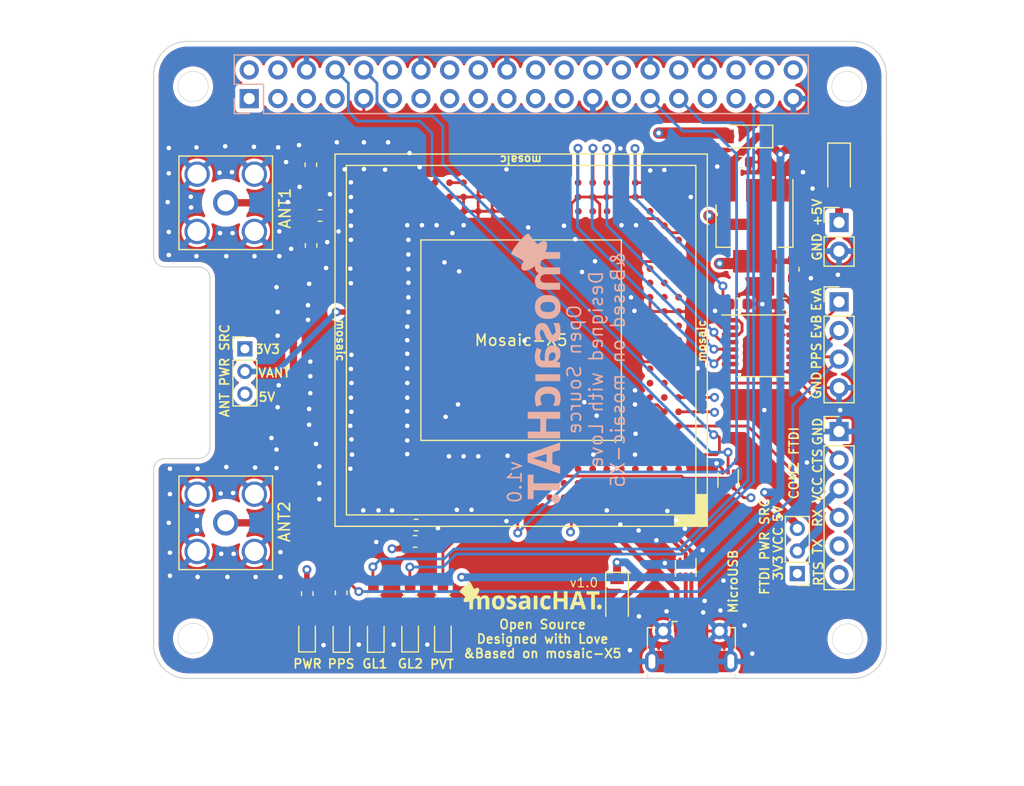
<source format=kicad_pcb>
(kicad_pcb (version 20171130) (host pcbnew "(5.1.6)-1")
  (layers (0 F.Cu mixed) (1 In1.Cu power hide) (2 In2.Cu power) (31 B.Cu mixed) (34 B.Paste user) (35 F.Paste user) (36 B.SilkS user) (37 F.SilkS user) (38 B.Mask user hide) (39 F.Mask user hide) (44 Edge.Cuts user))
  (net 0 "")
  (net 1 GND)
  (net 2 +3V3)
  (net 3 /USB_V)
  (net 4 /RPI_P5V)
  (net 5 /GPLED)
  (net 6 /USB_P)
  (net 7 /USB_N)
  (net 8 /ANT1)
  (net 9 /ANT2)
  (net 10 /VANT)
  (net 11 +1V8)
  (net 12 /MosaicRX2)
  (net 13 /MosaicTX2)
  (net 14 +5V)
  (net 15 /MosaicCTS2)
  (net 16 /MosaicRTS2)
  (net 17 /External_5V)
  (net 18 "Net-(D4-Pad2)")
  (net 19 "Net-(D6-Pad2)")
  (net 20 "Net-(D7-Pad2)")
  (net 21 "Net-(D8-Pad2)")
  (net 22 /RPI_GP1)
  (net 23 /RPI_GP2)
  (net 24 /EVENTA_3V3)
  (net 25 /EVENTB_3V3)
  (net 26 /PPSO_3V3)
  (net 27 /PPSO_1V8)
  (net 28 /EVENTB_1V8)
  (net 29 /EVENTA_1V8)
  (net 30 /FTDI_PWR)
  (net 31 /D-)
  (net 32 /D+)
  (net 33 /MosaicTX1)
  (net 34 /MosaicRX1)
  (net 35 /nRST_IN)
  (net 36 /MODULE_RDY)
  (net 37 /MosaicRX1_BufferOUT)
  (net 38 "Net-(D5-Pad2)")
  (net 39 "Net-(C3-Pad1)")
  (net 40 "Net-(J3-Pad4)")
  (net 41 "Net-(J4-Pad40)")
  (net 42 "Net-(J4-Pad38)")
  (net 43 "Net-(J4-Pad36)")
  (net 44 "Net-(J4-Pad35)")
  (net 45 "Net-(J4-Pad33)")
  (net 46 "Net-(J4-Pad32)")
  (net 47 "Net-(J4-Pad28)")
  (net 48 "Net-(J4-Pad27)")
  (net 49 "Net-(J4-Pad26)")
  (net 50 "Net-(J4-Pad24)")
  (net 51 "Net-(J4-Pad23)")
  (net 52 "Net-(J4-Pad22)")
  (net 53 "Net-(J4-Pad21)")
  (net 54 "Net-(J4-Pad19)")
  (net 55 "Net-(J4-Pad18)")
  (net 56 "Net-(J4-Pad17)")
  (net 57 "Net-(J4-Pad16)")
  (net 58 "Net-(J4-Pad15)")
  (net 59 "Net-(J4-Pad13)")
  (net 60 "Net-(J4-Pad12)")
  (net 61 "Net-(J4-Pad11)")
  (net 62 "Net-(J4-Pad7)")
  (net 63 "Net-(J4-Pad5)")
  (net 64 "Net-(J4-Pad3)")
  (net 65 "Net-(J4-Pad1)")
  (net 66 "Net-(U1-PadC1)")
  (net 67 "Net-(U1-PadC2)")
  (net 68 "Net-(U1-PadB2)")
  (net 69 "Net-(U1-PadA2)")
  (net 70 "Net-(U1-PadB3)")
  (net 71 "Net-(U1-PadC3)")
  (net 72 "Net-(U1-PadC5)")
  (net 73 "Net-(U1-PadC6)")
  (net 74 "Net-(U1-PadC8)")
  (net 75 "Net-(U1-PadB9)")
  (net 76 "Net-(U1-PadC11)")
  (net 77 "Net-(U1-PadB12)")
  (net 78 "Net-(U1-PadA13)")
  (net 79 "Net-(U1-PadA9)")
  (net 80 "Net-(U1-PadC10)")
  (net 81 "Net-(U1-PadC13)")
  (net 82 "Net-(U1-PadC12)")
  (net 83 "Net-(U1-PadB10)")
  (net 84 "Net-(U1-PadB14)")
  (net 85 "Net-(U1-PadC14)")
  (net 86 "Net-(U1-PadC9)")
  (net 87 "Net-(U1-PadB15)")
  (net 88 "Net-(U1-PadB11)")
  (net 89 "Net-(U1-PadA10)")
  (net 90 "Net-(U1-PadB16)")
  (net 91 "Net-(U1-PadC21)")
  (net 92 "Net-(U1-PadB23)")
  (net 93 "Net-(U1-PadB22)")
  (net 94 "Net-(U1-PadD3)")
  (net 95 "Net-(U1-PadAA5)")
  (net 96 "Net-(U1-PadAA3)")
  (net 97 "Net-(U1-PadAA2)")
  (net 98 "Net-(U1-PadAA4)")
  (net 99 "Net-(U1-PadAA6)")
  (net 100 "Net-(U1-PadAA11)")
  (net 101 "Net-(U1-PadAA12)")
  (net 102 "Net-(U1-PadAA8)")
  (net 103 "Net-(U1-PadAA9)")
  (net 104 "Net-(U1-PadAA10)")
  (net 105 "Net-(U1-PadAA7)")
  (net 106 "Net-(U1-PadAA1)")
  (net 107 "Net-(U1-PadAB1)")
  (net 108 "Net-(U1-PadAB9)")
  (net 109 "Net-(U1-PadAB10)")
  (net 110 "Net-(U1-PadAB11)")
  (net 111 "Net-(U1-PadAB12)")
  (net 112 "Net-(U1-PadAC1)")
  (net 113 "Net-(U1-PadAC2)")
  (net 114 "Net-(U1-PadAC5)")
  (net 115 "Net-(U1-PadAC11)")
  (net 116 "Net-(U1-PadAC12)")
  (net 117 "Net-(U1-PadAC14)")
  (net 118 "Net-(U1-PadAC10)")
  (net 119 "Net-(U1-PadAC9)")
  (net 120 "Net-(U1-PadE3)")
  (net 121 "Net-(U1-PadE1)")
  (net 122 "Net-(U1-PadG3)")
  (net 123 "Net-(U1-PadG22)")
  (net 124 "Net-(U1-PadF2)")
  (net 125 "Net-(U1-PadF3)")
  (net 126 "Net-(U1-PadH3)")
  (net 127 "Net-(U1-PadH2)")
  (net 128 "Net-(U1-PadV1)")
  (net 129 "Net-(U1-PadU1)")
  (net 130 "Net-(U1-PadK1)")
  (net 131 "Net-(U1-PadV3)")
  (net 132 "Net-(U1-PadJ2)")
  (net 133 "Net-(U1-PadU3)")
  (net 134 "Net-(U1-PadL2)")
  (net 135 "Net-(U1-PadL1)")
  (net 136 "Net-(U1-PadV2)")
  (net 137 "Net-(U1-PadK3)")
  (net 138 "Net-(U1-PadL3)")
  (net 139 "Net-(U1-PadJ3)")
  (net 140 "Net-(U1-PadW3)")
  (net 141 "Net-(U1-PadY3)")
  (net 142 "Net-(U1-PadY1)")
  (net 143 "Net-(U1-PadW1)")
  (net 144 "Net-(U1-PadW2)")
  (net 145 "Net-(U1-PadR2)")
  (net 146 "Net-(U1-PadR1)")
  (net 147 "Net-(U1-PadN2)")
  (net 148 "Net-(U1-PadM3)")
  (net 149 "Net-(U1-PadN3)")
  (net 150 "Net-(U1-PadM2)")
  (net 151 "Net-(U1-PadM1)")
  (net 152 "Net-(U1-PadN1)")
  (net 153 "Net-(U1-PadT3)")
  (net 154 "Net-(U1-PadT2)")
  (net 155 "Net-(U1-PadT1)")
  (net 156 "Net-(U3-Pad10)")
  (net 157 "Net-(U3-Pad7)")
  (net 158 /REF)
  (net 159 /2V8)
  (module nice2 (layer B.Cu) (at 154.78 50.53 270)
    (fp_text reference G*** hide)
    (fp_text value LOGO hide)
  )
  (module Mosaichatv1.0_footprints:mosaicHAT_logo (layer F.Cu) (at 153.96 70.89)
    (fp_text reference G*** hide)
    (fp_text value LOGO hide)
  )
  (module Mosaichatv1.0_footprints:mosaic_X5 (layer F.Cu) (at 153.1 48 270)
    (fp_text reference U1 hide)
    (fp_text value mosaic-X5)
    (fp_text user Mosaic-X5 (at 0 0 180) (layer F.SilkS))
    (pad B1 smd circle (at 12.7 -13.97 270) (size 0.6 0.6) (layers F.Cu F.Paste F.Mask) (net 37 /MosaicRX1_BufferOUT))
    (pad C1 smd circle (at 11.43 -13.97 270) (size 0.6 0.6) (layers F.Cu F.Paste F.Mask) (net 66 "Net-(U1-PadC1)"))
    (pad C2 smd circle (at 11.43 -12.67 270) (size 0.6 0.6) (layers F.Cu F.Paste F.Mask) (net 67 "Net-(U1-PadC2)"))
    (pad B2 smd circle (at 12.7 -12.67 270) (size 0.6 0.6) (layers F.Cu F.Paste F.Mask) (net 68 "Net-(U1-PadB2)"))
    (pad A2 smd circle (at 13.97 -12.7 270) (size 0.6 0.6) (layers F.Cu F.Paste F.Mask) (net 69 "Net-(U1-PadA2)"))
    (pad A3 smd circle (at 13.97 -11.43 270) (size 0.6 0.6) (layers F.Cu F.Paste F.Mask) (net 1 GND))
    (pad B3 smd circle (at 12.7 -11.43 270) (size 0.6 0.6) (layers F.Cu F.Paste F.Mask) (net 70 "Net-(U1-PadB3)"))
    (pad C3 smd circle (at 11.43 -11.43 270) (size 0.6 0.6) (layers F.Cu F.Paste F.Mask) (net 71 "Net-(U1-PadC3)"))
    (pad C4 smd circle (at 11.43 -10.13 270) (size 0.6 0.6) (layers F.Cu F.Paste F.Mask) (net 1 GND))
    (pad B4 smd circle (at 12.7 -10.13 270) (size 0.6 0.6) (layers F.Cu F.Paste F.Mask) (net 1 GND))
    (pad A4 smd circle (at 13.97 -10.16 270) (size 0.6 0.6) (layers F.Cu F.Paste F.Mask) (net 1 GND))
    (pad A5 smd circle (at 13.97 -8.89 270) (size 0.6 0.6) (layers F.Cu F.Paste F.Mask) (net 6 /USB_P))
    (pad B6 smd circle (at 12.7 -7.59 270) (size 0.6 0.6) (layers F.Cu F.Paste F.Mask) (net 1 GND))
    (pad A6 smd circle (at 13.97 -7.62 270) (size 0.6 0.6) (layers F.Cu F.Paste F.Mask) (net 7 /USB_N))
    (pad B5 smd circle (at 12.7 -8.89 270) (size 0.6 0.6) (layers F.Cu F.Paste F.Mask) (net 1 GND))
    (pad C5 smd circle (at 11.43 -8.89 270) (size 0.6 0.6) (layers F.Cu F.Paste F.Mask) (net 72 "Net-(U1-PadC5)"))
    (pad C6 smd circle (at 11.43 -7.59 270) (size 0.6 0.6) (layers F.Cu F.Paste F.Mask) (net 73 "Net-(U1-PadC6)"))
    (pad A7 smd circle (at 13.97 -6.35 270) (size 0.6 0.6) (layers F.Cu F.Paste F.Mask) (net 1 GND))
    (pad A8 smd circle (at 13.97 -5.08 270) (size 0.6 0.6) (layers F.Cu F.Paste F.Mask) (net 3 /USB_V))
    (pad C8 smd circle (at 11.43 -5.05 270) (size 0.6 0.6) (layers F.Cu F.Paste F.Mask) (net 74 "Net-(U1-PadC8)"))
    (pad B7 smd circle (at 12.7 -6.35 270) (size 0.6 0.6) (layers F.Cu F.Paste F.Mask) (net 1 GND))
    (pad B8 smd circle (at 12.7 -5.05 270) (size 0.6 0.6) (layers F.Cu F.Paste F.Mask) (net 2 +3V3))
    (pad C7 smd circle (at 11.43 -6.35 270) (size 0.6 0.6) (layers F.Cu F.Paste F.Mask) (net 1 GND))
    (pad B9 smd circle (at 12.7 -3.81 270) (size 0.6 0.6) (layers F.Cu F.Paste F.Mask) (net 75 "Net-(U1-PadB9)"))
    (pad C11 smd circle (at 11.43 -1.27 270) (size 0.6 0.6) (layers F.Cu F.Paste F.Mask) (net 76 "Net-(U1-PadC11)"))
    (pad B12 smd circle (at 12.7 0.03 270) (size 0.6 0.6) (layers F.Cu F.Paste F.Mask) (net 77 "Net-(U1-PadB12)"))
    (pad A13 smd circle (at 13.97 1.27 270) (size 0.6 0.6) (layers F.Cu F.Paste F.Mask) (net 78 "Net-(U1-PadA13)"))
    (pad C15 smd circle (at 11.43 3.81 270) (size 0.6 0.6) (layers F.Cu F.Paste F.Mask) (net 1 GND))
    (pad A12 smd circle (at 13.97 0 270) (size 0.6 0.6) (layers F.Cu F.Paste F.Mask) (net 36 /MODULE_RDY))
    (pad A9 smd circle (at 13.97 -3.81 270) (size 0.6 0.6) (layers F.Cu F.Paste F.Mask) (net 79 "Net-(U1-PadA9)"))
    (pad C10 smd circle (at 11.43 -2.51 270) (size 0.6 0.6) (layers F.Cu F.Paste F.Mask) (net 80 "Net-(U1-PadC10)"))
    (pad C13 smd circle (at 11.43 1.27 270) (size 0.6 0.6) (layers F.Cu F.Paste F.Mask) (net 81 "Net-(U1-PadC13)"))
    (pad C12 smd circle (at 11.43 0.03 270) (size 0.6 0.6) (layers F.Cu F.Paste F.Mask) (net 82 "Net-(U1-PadC12)"))
    (pad A16 smd circle (at 13.97 5.08 270) (size 0.6 0.6) (layers F.Cu F.Paste F.Mask) (net 1 GND))
    (pad B13 smd circle (at 12.7 1.27 270) (size 0.6 0.6) (layers F.Cu F.Paste F.Mask) (net 1 GND))
    (pad B10 smd circle (at 12.7 -2.51 270) (size 0.6 0.6) (layers F.Cu F.Paste F.Mask) (net 83 "Net-(U1-PadB10)"))
    (pad B14 smd circle (at 12.7 2.57 270) (size 0.6 0.6) (layers F.Cu F.Paste F.Mask) (net 84 "Net-(U1-PadB14)"))
    (pad C14 smd circle (at 11.43 2.57 270) (size 0.6 0.6) (layers F.Cu F.Paste F.Mask) (net 85 "Net-(U1-PadC14)"))
    (pad C9 smd circle (at 11.43 -3.81 270) (size 0.6 0.6) (layers F.Cu F.Paste F.Mask) (net 86 "Net-(U1-PadC9)"))
    (pad B15 smd circle (at 12.7 3.81 270) (size 0.6 0.6) (layers F.Cu F.Paste F.Mask) (net 87 "Net-(U1-PadB15)"))
    (pad A11 smd circle (at 13.97 -1.27 270) (size 0.6 0.6) (layers F.Cu F.Paste F.Mask) (net 35 /nRST_IN))
    (pad A14 smd circle (at 13.97 2.54 270) (size 0.6 0.6) (layers F.Cu F.Paste F.Mask) (net 5 /GPLED))
    (pad B11 smd circle (at 12.7 -1.27 270) (size 0.6 0.6) (layers F.Cu F.Paste F.Mask) (net 88 "Net-(U1-PadB11)"))
    (pad A15 smd circle (at 13.97 3.81 270) (size 0.6 0.6) (layers F.Cu F.Paste F.Mask) (net 1 GND))
    (pad A10 smd circle (at 13.97 -2.54 270) (size 0.6 0.6) (layers F.Cu F.Paste F.Mask) (net 89 "Net-(U1-PadA10)"))
    (pad C16 smd circle (at 11.43 5.11 270) (size 0.6 0.6) (layers F.Cu F.Paste F.Mask) (net 1 GND))
    (pad B16 smd circle (at 12.7 5.11 270) (size 0.6 0.6) (layers F.Cu F.Paste F.Mask) (net 90 "Net-(U1-PadB16)"))
    (pad C22 smd circle (at 11.43 12.73 270) (size 0.6 0.6) (layers F.Cu F.Paste F.Mask))
    (pad B20 smd circle (at 12.7 10.19 270) (size 0.6 0.6) (layers F.Cu F.Paste F.Mask) (net 2 +3V3))
    (pad A22 smd circle (at 13.97 12.7 270) (size 0.6 0.6) (layers F.Cu F.Paste F.Mask) (net 1 GND))
    (pad C17 smd circle (at 11.43 6.35 270) (size 0.6 0.6) (layers F.Cu F.Paste F.Mask) (net 1 GND))
    (pad A23 smd circle (at 13.97 13.97 270) (size 0.6 0.6) (layers F.Cu F.Paste F.Mask) (net 1 GND))
    (pad A17 smd circle (at 13.97 6.35 270) (size 0.6 0.6) (layers F.Cu F.Paste F.Mask) (net 1 GND))
    (pad B18 smd circle (at 12.7 7.65 270) (size 0.6 0.6) (layers F.Cu F.Paste F.Mask) (net 2 +3V3))
    (pad C21 smd circle (at 11.43 11.43 270) (size 0.6 0.6) (layers F.Cu F.Paste F.Mask) (net 91 "Net-(U1-PadC21)"))
    (pad C18 smd circle (at 11.43 7.65 270) (size 0.6 0.6) (layers F.Cu F.Paste F.Mask) (net 2 +3V3))
    (pad C19 smd circle (at 11.43 8.89 270) (size 0.6 0.6) (layers F.Cu F.Paste F.Mask) (net 2 +3V3))
    (pad A18 smd circle (at 13.97 7.62 270) (size 0.6 0.6) (layers F.Cu F.Paste F.Mask) (net 2 +3V3))
    (pad C23 smd circle (at 11.43 13.97 270) (size 0.6 0.6) (layers F.Cu F.Paste F.Mask) (net 1 GND))
    (pad B21 smd circle (at 12.7 11.43 270) (size 0.6 0.6) (layers F.Cu F.Paste F.Mask) (net 1 GND))
    (pad B23 smd circle (at 12.7 13.97 270) (size 0.6 0.6) (layers F.Cu F.Paste F.Mask) (net 92 "Net-(U1-PadB23)"))
    (pad A21 smd circle (at 13.97 11.43 270) (size 0.6 0.6) (layers F.Cu F.Paste F.Mask) (net 1 GND))
    (pad A19 smd circle (at 13.97 8.89 270) (size 0.6 0.6) (layers F.Cu F.Paste F.Mask) (net 2 +3V3))
    (pad C20 smd circle (at 11.43 10.19 270) (size 0.6 0.6) (layers F.Cu F.Paste F.Mask) (net 2 +3V3))
    (pad B22 smd circle (at 12.7 12.73 270) (size 0.6 0.6) (layers F.Cu F.Paste F.Mask) (net 93 "Net-(U1-PadB22)"))
    (pad B19 smd circle (at 12.7 8.89 270) (size 0.6 0.6) (layers F.Cu F.Paste F.Mask) (net 2 +3V3))
    (pad A20 smd circle (at 13.97 10.16 270) (size 0.6 0.6) (layers F.Cu F.Paste F.Mask) (net 2 +3V3))
    (pad B17 smd circle (at 12.7 6.35 270) (size 0.6 0.6) (layers F.Cu F.Paste F.Mask) (net 1 GND))
    (pad D3 smd circle (at 10.16 -11.43 180) (size 0.6 0.6) (layers F.Cu F.Paste F.Mask) (net 94 "Net-(U1-PadD3)"))
    (pad D2 smd circle (at 10.16 -12.7 180) (size 0.6 0.6) (layers F.Cu F.Paste F.Mask) (net 1 GND))
    (pad D1 smd circle (at 10.16 -13.97 180) (size 0.6 0.6) (layers F.Cu F.Paste F.Mask) (net 33 /MosaicTX1))
    (pad D22 smd circle (at 10.16 12.7 180) (size 0.6 0.6) (layers F.Cu F.Paste F.Mask) (net 1 GND))
    (pad D23 smd circle (at 10.16 13.97 180) (size 0.6 0.6) (layers F.Cu F.Paste F.Mask) (net 1 GND))
    (pad D21 smd circle (at 10.16 11.43 180) (size 0.6 0.6) (layers F.Cu F.Paste F.Mask) (net 1 GND))
    (pad AA5 smd circle (at -11.43 -8.89 270) (size 0.6 0.6) (layers F.Cu F.Paste F.Mask) (net 95 "Net-(U1-PadAA5)"))
    (pad AA3 smd circle (at -11.43 -11.43 270) (size 0.6 0.6) (layers F.Cu F.Paste F.Mask) (net 96 "Net-(U1-PadAA3)"))
    (pad AA2 smd circle (at -11.43 -12.7 270) (size 0.6 0.6) (layers F.Cu F.Paste F.Mask) (net 97 "Net-(U1-PadAA2)"))
    (pad AA4 smd circle (at -11.43 -10.16 270) (size 0.6 0.6) (layers F.Cu F.Paste F.Mask) (net 98 "Net-(U1-PadAA4)"))
    (pad AA6 smd circle (at -11.43 -7.62 270) (size 0.6 0.6) (layers F.Cu F.Paste F.Mask) (net 99 "Net-(U1-PadAA6)"))
    (pad AA11 smd circle (at -11.43 -1.27 270) (size 0.6 0.6) (layers F.Cu F.Paste F.Mask) (net 100 "Net-(U1-PadAA11)"))
    (pad AA23 smd circle (at -11.43 13.97 270) (size 0.6 0.6) (layers F.Cu F.Paste F.Mask) (net 1 GND))
    (pad AA12 smd circle (at -11.43 0 270) (size 0.6 0.6) (layers F.Cu F.Paste F.Mask) (net 101 "Net-(U1-PadAA12)"))
    (pad AA8 smd circle (at -11.43 -5.08 270) (size 0.6 0.6) (layers F.Cu F.Paste F.Mask) (net 102 "Net-(U1-PadAA8)"))
    (pad AA14 smd circle (at -11.43 2.54 270) (size 0.6 0.6) (layers F.Cu F.Paste F.Mask) (net 1 GND))
    (pad AA9 smd circle (at -11.43 -3.81 270) (size 0.6 0.6) (layers F.Cu F.Paste F.Mask) (net 103 "Net-(U1-PadAA9)"))
    (pad AA21 smd circle (at -11.43 11.43 270) (size 0.6 0.6) (layers F.Cu F.Paste F.Mask) (net 1 GND))
    (pad AA17 smd circle (at -11.43 6.35 270) (size 0.6 0.6) (layers F.Cu F.Paste F.Mask) (net 1 GND))
    (pad AA20 smd circle (at -11.43 10.16 270) (size 0.6 0.6) (layers F.Cu F.Paste F.Mask) (net 1 GND))
    (pad AA10 smd circle (at -11.43 -2.54 270) (size 0.6 0.6) (layers F.Cu F.Paste F.Mask) (net 104 "Net-(U1-PadAA10)"))
    (pad AA13 smd circle (at -11.43 1.27 270) (size 0.6 0.6) (layers F.Cu F.Paste F.Mask) (net 1 GND))
    (pad AA18 smd circle (at -11.43 7.62 270) (size 0.6 0.6) (layers F.Cu F.Paste F.Mask) (net 1 GND))
    (pad AA22 smd circle (at -11.43 12.7 270) (size 0.6 0.6) (layers F.Cu F.Paste F.Mask) (net 1 GND))
    (pad AA7 smd circle (at -11.43 -6.35 270) (size 0.6 0.6) (layers F.Cu F.Paste F.Mask) (net 105 "Net-(U1-PadAA7)"))
    (pad AA19 smd circle (at -11.43 8.89 270) (size 0.6 0.6) (layers F.Cu F.Paste F.Mask) (net 1 GND))
    (pad AA16 smd circle (at -11.43 5.08 270) (size 0.6 0.6) (layers F.Cu F.Paste F.Mask) (net 1 GND))
    (pad AA15 smd circle (at -11.43 3.81 270) (size 0.6 0.6) (layers F.Cu F.Paste F.Mask) (net 1 GND))
    (pad AA1 smd circle (at -11.43 -13.97 270) (size 0.6 0.6) (layers F.Cu F.Paste F.Mask) (net 106 "Net-(U1-PadAA1)"))
    (pad AB1 smd circle (at -12.7 -13.97 270) (size 0.6 0.6) (layers F.Cu F.Paste F.Mask) (net 107 "Net-(U1-PadAB1)"))
    (pad AB3 smd circle (at -12.7 -11.43 270) (size 0.6 0.6) (layers F.Cu F.Paste F.Mask) (net 1 GND))
    (pad AB4 smd circle (at -12.7 -10.13 270) (size 0.6 0.6) (layers F.Cu F.Paste F.Mask) (net 1 GND))
    (pad AB2 smd circle (at -12.7 -12.67 270) (size 0.6 0.6) (layers F.Cu F.Paste F.Mask) (net 1 GND))
    (pad AB6 smd circle (at -12.7 -7.59 270) (size 0.6 0.6) (layers F.Cu F.Paste F.Mask) (net 1 GND))
    (pad AB5 smd circle (at -12.7 -8.89 270) (size 0.6 0.6) (layers F.Cu F.Paste F.Mask) (net 1 GND))
    (pad AB9 smd circle (at -12.7 -3.81 270) (size 0.6 0.6) (layers F.Cu F.Paste F.Mask) (net 108 "Net-(U1-PadAB9)"))
    (pad AB10 smd circle (at -12.7 -2.51 270) (size 0.6 0.6) (layers F.Cu F.Paste F.Mask) (net 109 "Net-(U1-PadAB10)"))
    (pad AB14 smd circle (at -12.7 2.57 270) (size 0.6 0.6) (layers F.Cu F.Paste F.Mask) (net 1 GND))
    (pad AB15 smd circle (at -12.7 3.81 270) (size 0.6 0.6) (layers F.Cu F.Paste F.Mask) (net 1 GND))
    (pad AB23 smd circle (at -12.7 13.97 270) (size 0.6 0.6) (layers F.Cu F.Paste F.Mask) (net 1 GND))
    (pad AB19 smd circle (at -12.7 8.89 270) (size 0.6 0.6) (layers F.Cu F.Paste F.Mask) (net 1 GND))
    (pad AB16 smd circle (at -12.7 5.11 270) (size 0.6 0.6) (layers F.Cu F.Paste F.Mask) (net 1 GND))
    (pad AB17 smd circle (at -12.7 6.35 270) (size 0.6 0.6) (layers F.Cu F.Paste F.Mask) (net 1 GND))
    (pad AB22 smd circle (at -12.7 12.73 270) (size 0.6 0.6) (layers F.Cu F.Paste F.Mask) (net 1 GND))
    (pad AB21 smd circle (at -12.7 11.43 270) (size 0.6 0.6) (layers F.Cu F.Paste F.Mask) (net 1 GND))
    (pad AB20 smd circle (at -12.7 10.19 270) (size 0.6 0.6) (layers F.Cu F.Paste F.Mask) (net 1 GND))
    (pad AB13 smd circle (at -12.7 1.27 270) (size 0.6 0.6) (layers F.Cu F.Paste F.Mask) (net 1 GND))
    (pad AB7 smd circle (at -12.7 -6.35 270) (size 0.6 0.6) (layers F.Cu F.Paste F.Mask) (net 1 GND))
    (pad AB8 smd circle (at -12.7 -5.05 270) (size 0.6 0.6) (layers F.Cu F.Paste F.Mask) (net 1 GND))
    (pad AB11 smd circle (at -12.7 -1.27 270) (size 0.6 0.6) (layers F.Cu F.Paste F.Mask) (net 110 "Net-(U1-PadAB11)"))
    (pad AB12 smd circle (at -12.7 0.03 270) (size 0.6 0.6) (layers F.Cu F.Paste F.Mask) (net 111 "Net-(U1-PadAB12)"))
    (pad AB18 smd circle (at -12.7 7.65 270) (size 0.6 0.6) (layers F.Cu F.Paste F.Mask) (net 1 GND))
    (pad AC1 smd circle (at -13.97 -13.97 270) (size 0.6 0.6) (layers F.Cu F.Paste F.Mask) (net 112 "Net-(U1-PadAC1)"))
    (pad AC2 smd circle (at -13.97 -12.67 270) (size 0.6 0.6) (layers F.Cu F.Paste F.Mask) (net 113 "Net-(U1-PadAC2)"))
    (pad AC4 smd circle (at -13.97 -10.13 270) (size 0.6 0.6) (layers F.Cu F.Paste F.Mask) (net 11 +1V8))
    (pad AC3 smd circle (at -13.97 -11.43 270) (size 0.6 0.6) (layers F.Cu F.Paste F.Mask) (net 11 +1V8))
    (pad AC5 smd circle (at -13.97 -8.89 270) (size 0.6 0.6) (layers F.Cu F.Paste F.Mask) (net 114 "Net-(U1-PadAC5)"))
    (pad AC6 smd circle (at -13.97 -7.59 270) (size 0.6 0.6) (layers F.Cu F.Paste F.Mask) (net 29 /EVENTA_1V8))
    (pad AC22 smd circle (at -13.97 12.73 270) (size 0.6 0.6) (layers F.Cu F.Paste F.Mask) (net 1 GND))
    (pad AC16 smd circle (at -13.97 5.11 270) (size 0.6 0.6) (layers F.Cu F.Paste F.Mask) (net 158 /REF))
    (pad AC17 smd circle (at -13.97 6.35 270) (size 0.6 0.6) (layers F.Cu F.Paste F.Mask) (net 158 /REF))
    (pad AC11 smd circle (at -13.97 -1.27 270) (size 0.6 0.6) (layers F.Cu F.Paste F.Mask) (net 115 "Net-(U1-PadAC11)"))
    (pad AC13 smd circle (at -13.97 1.27 270) (size 0.6 0.6) (layers F.Cu F.Paste F.Mask) (net 1 GND))
    (pad AC12 smd circle (at -13.97 0.03 270) (size 0.6 0.6) (layers F.Cu F.Paste F.Mask) (net 116 "Net-(U1-PadAC12)"))
    (pad AC15 smd circle (at -13.97 3.81 270) (size 0.6 0.6) (layers F.Cu F.Paste F.Mask) (net 1 GND))
    (pad AC21 smd circle (at -13.97 11.43 270) (size 0.6 0.6) (layers F.Cu F.Paste F.Mask) (net 1 GND))
    (pad AC20 smd circle (at -13.97 10.19 270) (size 0.6 0.6) (layers F.Cu F.Paste F.Mask) (net 8 /ANT1))
    (pad AC18 smd circle (at -13.97 7.65 270) (size 0.6 0.6) (layers F.Cu F.Paste F.Mask) (net 1 GND))
    (pad AC7 smd circle (at -13.97 -6.35 270) (size 0.6 0.6) (layers F.Cu F.Paste F.Mask) (net 28 /EVENTB_1V8))
    (pad AC19 smd circle (at -13.97 8.89 270) (size 0.6 0.6) (layers F.Cu F.Paste F.Mask) (net 1 GND))
    (pad AC14 smd circle (at -13.97 2.57 270) (size 0.6 0.6) (layers F.Cu F.Paste F.Mask) (net 117 "Net-(U1-PadAC14)"))
    (pad AC23 smd circle (at -13.97 13.97 270) (size 0.6 0.6) (layers F.Cu F.Paste F.Mask) (net 1 GND))
    (pad AC10 smd circle (at -13.97 -2.51 270) (size 0.6 0.6) (layers F.Cu F.Paste F.Mask) (net 118 "Net-(U1-PadAC10)"))
    (pad AC8 smd circle (at -13.97 -5.05 270) (size 0.6 0.6) (layers F.Cu F.Paste F.Mask) (net 27 /PPSO_1V8))
    (pad AC9 smd circle (at -13.97 -3.81 270) (size 0.6 0.6) (layers F.Cu F.Paste F.Mask) (net 119 "Net-(U1-PadAC9)"))
    (pad E2 smd circle (at 8.89 -12.7 180) (size 0.6 0.6) (layers F.Cu F.Paste F.Mask) (net 1 GND))
    (pad E3 smd circle (at 8.89 -11.43 180) (size 0.6 0.6) (layers F.Cu F.Paste F.Mask) (net 120 "Net-(U1-PadE3)"))
    (pad E1 smd circle (at 8.89 -13.97 180) (size 0.6 0.6) (layers F.Cu F.Paste F.Mask) (net 121 "Net-(U1-PadE1)"))
    (pad E22 smd circle (at 8.89 12.7 180) (size 0.6 0.6) (layers F.Cu F.Paste F.Mask) (net 1 GND))
    (pad E21 smd circle (at 8.89 11.43 180) (size 0.6 0.6) (layers F.Cu F.Paste F.Mask) (net 1 GND))
    (pad E23 smd circle (at 8.89 13.97 180) (size 0.6 0.6) (layers F.Cu F.Paste F.Mask) (net 1 GND))
    (pad G21 smd circle (at 6.35 11.43 180) (size 0.6 0.6) (layers F.Cu F.Paste F.Mask) (net 1 GND))
    (pad G23 smd circle (at 6.35 13.97 180) (size 0.6 0.6) (layers F.Cu F.Paste F.Mask) (net 1 GND))
    (pad G2 smd circle (at 6.35 -12.7 180) (size 0.6 0.6) (layers F.Cu F.Paste F.Mask) (net 1 GND))
    (pad G3 smd circle (at 6.35 -11.43 180) (size 0.6 0.6) (layers F.Cu F.Paste F.Mask) (net 122 "Net-(U1-PadG3)"))
    (pad G22 smd circle (at 6.35 12.7 180) (size 0.6 0.6) (layers F.Cu F.Paste F.Mask) (net 123 "Net-(U1-PadG22)"))
    (pad G1 smd circle (at 6.35 -13.97 180) (size 0.6 0.6) (layers F.Cu F.Paste F.Mask) (net 16 /MosaicRTS2))
    (pad F2 smd circle (at 7.62 -12.7 180) (size 0.6 0.6) (layers F.Cu F.Paste F.Mask) (net 124 "Net-(U1-PadF2)"))
    (pad F3 smd circle (at 7.62 -11.43 180) (size 0.6 0.6) (layers F.Cu F.Paste F.Mask) (net 125 "Net-(U1-PadF3)"))
    (pad F1 smd circle (at 7.62 -13.97 180) (size 0.6 0.6) (layers F.Cu F.Paste F.Mask) (net 12 /MosaicRX2))
    (pad F22 smd circle (at 7.62 12.7 180) (size 0.6 0.6) (layers F.Cu F.Paste F.Mask) (net 1 GND))
    (pad F21 smd circle (at 7.62 11.43 180) (size 0.6 0.6) (layers F.Cu F.Paste F.Mask) (net 1 GND))
    (pad F23 smd circle (at 7.62 13.97 180) (size 0.6 0.6) (layers F.Cu F.Paste F.Mask) (net 1 GND))
    (pad H23 smd circle (at 5.08 13.97 180) (size 0.6 0.6) (layers F.Cu F.Paste F.Mask) (net 1 GND))
    (pad H21 smd circle (at 5.08 11.43 180) (size 0.6 0.6) (layers F.Cu F.Paste F.Mask) (net 1 GND))
    (pad H3 smd circle (at 5.08 -11.43 180) (size 0.6 0.6) (layers F.Cu F.Paste F.Mask) (net 126 "Net-(U1-PadH3)"))
    (pad H1 smd circle (at 5.08 -13.97 180) (size 0.6 0.6) (layers F.Cu F.Paste F.Mask) (net 13 /MosaicTX2))
    (pad H22 smd circle (at 5.08 12.7 180) (size 0.6 0.6) (layers F.Cu F.Paste F.Mask) (net 1 GND))
    (pad H2 smd circle (at 5.08 -12.7 180) (size 0.6 0.6) (layers F.Cu F.Paste F.Mask) (net 127 "Net-(U1-PadH2)"))
    (pad V1 smd circle (at -7.62 -13.97 180) (size 0.6 0.6) (layers F.Cu F.Paste F.Mask) (net 128 "Net-(U1-PadV1)"))
    (pad U1 smd circle (at -6.35 -13.97 180) (size 0.6 0.6) (layers F.Cu F.Paste F.Mask) (net 129 "Net-(U1-PadU1)"))
    (pad U2 smd circle (at -6.35 -12.7 180) (size 0.6 0.6) (layers F.Cu F.Paste F.Mask) (net 1 GND))
    (pad K2 smd circle (at 2.54 -12.7 180) (size 0.6 0.6) (layers F.Cu F.Paste F.Mask) (net 1 GND))
    (pad K22 smd circle (at 2.54 12.7 180) (size 0.6 0.6) (layers F.Cu F.Paste F.Mask) (net 1 GND))
    (pad M21 smd circle (at 0 11.43 180) (size 0.6 0.6) (layers F.Cu F.Paste F.Mask) (net 1 GND))
    (pad K1 smd circle (at 2.54 -13.97 180) (size 0.6 0.6) (layers F.Cu F.Paste F.Mask) (net 130 "Net-(U1-PadK1)"))
    (pad V3 smd circle (at -7.62 -11.43 180) (size 0.6 0.6) (layers F.Cu F.Paste F.Mask) (net 131 "Net-(U1-PadV3)"))
    (pad J2 smd circle (at 3.81 -12.7 180) (size 0.6 0.6) (layers F.Cu F.Paste F.Mask) (net 132 "Net-(U1-PadJ2)"))
    (pad N21 smd circle (at -1.27 11.43 180) (size 0.6 0.6) (layers F.Cu F.Paste F.Mask) (net 1 GND))
    (pad N23 smd circle (at -1.27 13.97 180) (size 0.6 0.6) (layers F.Cu F.Paste F.Mask) (net 159 /2V8))
    (pad U3 smd circle (at -6.35 -11.43 180) (size 0.6 0.6) (layers F.Cu F.Paste F.Mask) (net 133 "Net-(U1-PadU3)"))
    (pad L2 smd circle (at 1.27 -12.7 180) (size 0.6 0.6) (layers F.Cu F.Paste F.Mask) (net 134 "Net-(U1-PadL2)"))
    (pad L21 smd circle (at 1.27 11.43 180) (size 0.6 0.6) (layers F.Cu F.Paste F.Mask) (net 1 GND))
    (pad M22 smd circle (at 0 12.7 180) (size 0.6 0.6) (layers F.Cu F.Paste F.Mask) (net 1 GND))
    (pad L1 smd circle (at 1.27 -13.97 180) (size 0.6 0.6) (layers F.Cu F.Paste F.Mask) (net 135 "Net-(U1-PadL1)"))
    (pad V2 smd circle (at -7.62 -12.7 180) (size 0.6 0.6) (layers F.Cu F.Paste F.Mask) (net 136 "Net-(U1-PadV2)"))
    (pad K21 smd circle (at 2.54 11.43 180) (size 0.6 0.6) (layers F.Cu F.Paste F.Mask) (net 1 GND))
    (pad L22 smd circle (at 1.27 12.7 180) (size 0.6 0.6) (layers F.Cu F.Paste F.Mask) (net 1 GND))
    (pad K3 smd circle (at 2.54 -11.43 180) (size 0.6 0.6) (layers F.Cu F.Paste F.Mask) (net 137 "Net-(U1-PadK3)"))
    (pad M23 smd circle (at 0 13.97 180) (size 0.6 0.6) (layers F.Cu F.Paste F.Mask) (net 159 /2V8))
    (pad L3 smd circle (at 1.27 -11.43 180) (size 0.6 0.6) (layers F.Cu F.Paste F.Mask) (net 138 "Net-(U1-PadL3)"))
    (pad N22 smd circle (at -1.27 12.7 180) (size 0.6 0.6) (layers F.Cu F.Paste F.Mask) (net 1 GND))
    (pad K23 smd circle (at 2.54 13.97 180) (size 0.6 0.6) (layers F.Cu F.Paste F.Mask) (net 1 GND))
    (pad L23 smd circle (at 1.27 13.97 180) (size 0.6 0.6) (layers F.Cu F.Paste F.Mask) (net 1 GND))
    (pad J22 smd circle (at 3.81 12.7 180) (size 0.6 0.6) (layers F.Cu F.Paste F.Mask) (net 1 GND))
    (pad J21 smd circle (at 3.81 11.43 180) (size 0.6 0.6) (layers F.Cu F.Paste F.Mask) (net 1 GND))
    (pad J1 smd circle (at 3.81 -13.97 180) (size 0.6 0.6) (layers F.Cu F.Paste F.Mask) (net 15 /MosaicCTS2))
    (pad J23 smd circle (at 3.81 13.97 180) (size 0.6 0.6) (layers F.Cu F.Paste F.Mask) (net 1 GND))
    (pad J3 smd circle (at 3.81 -11.43 180) (size 0.6 0.6) (layers F.Cu F.Paste F.Mask) (net 139 "Net-(U1-PadJ3)"))
    (pad W3 smd circle (at -8.89 -11.43 180) (size 0.6 0.6) (layers F.Cu F.Paste F.Mask) (net 140 "Net-(U1-PadW3)"))
    (pad Y3 smd circle (at -10.16 -11.43 180) (size 0.6 0.6) (layers F.Cu F.Paste F.Mask) (net 141 "Net-(U1-PadY3)"))
    (pad Y1 smd circle (at -10.16 -13.97 180) (size 0.6 0.6) (layers F.Cu F.Paste F.Mask) (net 142 "Net-(U1-PadY1)"))
    (pad W1 smd circle (at -8.89 -13.97 180) (size 0.6 0.6) (layers F.Cu F.Paste F.Mask) (net 143 "Net-(U1-PadW1)"))
    (pad Y21 smd circle (at -10.16 11.43 180) (size 0.6 0.6) (layers F.Cu F.Paste F.Mask) (net 1 GND))
    (pad Y23 smd circle (at -10.16 13.97 180) (size 0.6 0.6) (layers F.Cu F.Paste F.Mask) (net 1 GND))
    (pad W2 smd circle (at -8.89 -12.7 180) (size 0.6 0.6) (layers F.Cu F.Paste F.Mask) (net 144 "Net-(U1-PadW2)"))
    (pad W21 smd circle (at -8.89 11.43 180) (size 0.6 0.6) (layers F.Cu F.Paste F.Mask) (net 1 GND))
    (pad W22 smd circle (at -8.89 12.7 180) (size 0.6 0.6) (layers F.Cu F.Paste F.Mask) (net 1 GND))
    (pad W23 smd circle (at -8.89 13.97 180) (size 0.6 0.6) (layers F.Cu F.Paste F.Mask) (net 1 GND))
    (pad Y22 smd circle (at -10.16 12.7 180) (size 0.6 0.6) (layers F.Cu F.Paste F.Mask) (net 1 GND))
    (pad Y2 smd circle (at -10.16 -12.7 180) (size 0.6 0.6) (layers F.Cu F.Paste F.Mask) (net 1 GND))
    (pad P2 smd circle (at -2.54 -12.7 180) (size 0.6 0.6) (layers F.Cu F.Paste F.Mask) (net 1 GND))
    (pad R2 smd circle (at -3.81 -12.7 180) (size 0.6 0.6) (layers F.Cu F.Paste F.Mask) (net 145 "Net-(U1-PadR2)"))
    (pad R1 smd circle (at -3.81 -13.97 180) (size 0.6 0.6) (layers F.Cu F.Paste F.Mask) (net 146 "Net-(U1-PadR1)"))
    (pad R3 smd circle (at -3.81 -11.43 180) (size 0.6 0.6) (layers F.Cu F.Paste F.Mask) (net 1 GND))
    (pad N2 smd circle (at -1.27 -12.7 180) (size 0.6 0.6) (layers F.Cu F.Paste F.Mask) (net 147 "Net-(U1-PadN2)"))
    (pad P3 smd circle (at -2.54 -11.43 180) (size 0.6 0.6) (layers F.Cu F.Paste F.Mask) (net 1 GND))
    (pad M3 smd circle (at 0 -11.43 180) (size 0.6 0.6) (layers F.Cu F.Paste F.Mask) (net 148 "Net-(U1-PadM3)"))
    (pad P1 smd circle (at -2.54 -13.97 180) (size 0.6 0.6) (layers F.Cu F.Paste F.Mask) (net 1 GND))
    (pad N3 smd circle (at -1.27 -11.43 180) (size 0.6 0.6) (layers F.Cu F.Paste F.Mask) (net 149 "Net-(U1-PadN3)"))
    (pad M2 smd circle (at 0 -12.7 180) (size 0.6 0.6) (layers F.Cu F.Paste F.Mask) (net 150 "Net-(U1-PadM2)"))
    (pad M1 smd circle (at 0 -13.97 180) (size 0.6 0.6) (layers F.Cu F.Paste F.Mask) (net 151 "Net-(U1-PadM1)"))
    (pad N1 smd circle (at -1.27 -13.97 180) (size 0.6 0.6) (layers F.Cu F.Paste F.Mask) (net 152 "Net-(U1-PadN1)"))
    (pad T3 smd circle (at -5.08 -11.43 180) (size 0.6 0.6) (layers F.Cu F.Paste F.Mask) (net 153 "Net-(U1-PadT3)"))
    (pad T2 smd circle (at -5.08 -12.7 180) (size 0.6 0.6) (layers F.Cu F.Paste F.Mask) (net 154 "Net-(U1-PadT2)"))
    (pad T1 smd circle (at -5.08 -13.97 180) (size 0.6 0.6) (layers F.Cu F.Paste F.Mask) (net 155 "Net-(U1-PadT1)"))
    (pad P23 smd circle (at -2.54 13.97 180) (size 0.6 0.6) (layers F.Cu F.Paste F.Mask) (net 10 /VANT))
    (pad P21 smd circle (at -2.54 11.43 180) (size 0.6 0.6) (layers F.Cu F.Paste F.Mask) (net 1 GND))
    (pad V23 smd circle (at -7.62 13.97 180) (size 0.6 0.6) (layers F.Cu F.Paste F.Mask) (net 9 /ANT2))
    (pad T23 smd circle (at -5.08 13.97 180) (size 0.6 0.6) (layers F.Cu F.Paste F.Mask) (net 1 GND))
    (pad V22 smd circle (at -7.62 12.7 180) (size 0.6 0.6) (layers F.Cu F.Paste F.Mask) (net 1 GND))
    (pad U23 smd circle (at -6.35 13.97 180) (size 0.6 0.6) (layers F.Cu F.Paste F.Mask) (net 1 GND))
    (pad T21 smd circle (at -5.08 11.43 180) (size 0.6 0.6) (layers F.Cu F.Paste F.Mask) (net 1 GND))
    (pad R22 smd circle (at -3.81 12.7 180) (size 0.6 0.6) (layers F.Cu F.Paste F.Mask) (net 1 GND))
    (pad V21 smd circle (at -7.62 11.43 180) (size 0.6 0.6) (layers F.Cu F.Paste F.Mask) (net 1 GND))
    (pad P22 smd circle (at -2.54 12.7 180) (size 0.6 0.6) (layers F.Cu F.Paste F.Mask) (net 1 GND))
    (pad T22 smd circle (at -5.08 12.7 180) (size 0.6 0.6) (layers F.Cu F.Paste F.Mask) (net 1 GND))
    (pad R21 smd circle (at -3.81 11.43 180) (size 0.6 0.6) (layers F.Cu F.Paste F.Mask) (net 1 GND))
    (pad U22 smd circle (at -6.35 12.7 180) (size 0.6 0.6) (layers F.Cu F.Paste F.Mask) (net 1 GND))
    (pad R23 smd circle (at -3.81 13.97 180) (size 0.6 0.6) (layers F.Cu F.Paste F.Mask) (net 10 /VANT))
    (pad U21 smd circle (at -6.35 11.43 180) (size 0.6 0.6) (layers F.Cu F.Paste F.Mask) (net 1 GND))
  )
  (module Resistor_SMD:R_0402_1005Metric (layer F.Cu) (at 133.385 58.25 180)
    (fp_text reference D9 hide)
    (fp_text value D_TVS)
    (pad 2 smd roundrect (at 0.485 0 180) (size 0.59 0.64) (layers F.Cu F.Paste F.Mask) (net 9 /ANT2))
    (pad 1 smd roundrect (at -0.485 0 180) (size 0.59 0.64) (layers F.Cu F.Paste F.Mask) (net 1 GND))
  )
  (module Package_TO_SOT_SMD:SOT-223 (layer F.Cu) (at 173.8 37.85 270)
    (fp_text reference U2 hide)
    (fp_text value LD1117AS33TR)
    (pad 1 smd rect (at -3.15 -2.3 270) (size 2 1.5) (layers F.Cu F.Paste F.Mask) (net 1 GND))
    (pad 3 smd rect (at -3.15 2.3 270) (size 2 1.5) (layers F.Cu F.Paste F.Mask) (net 14 +5V))
    (pad 2 smd rect (at -3.15 0 270) (size 2 1.5) (layers F.Cu F.Paste F.Mask) (net 2 +3V3))
    (pad 4 smd rect (at 3.15 0 270) (size 2 3.8) (layers F.Cu F.Paste F.Mask) (net 2 +3V3))
  )
  (module Connector_PinSocket_2.54mm:PinSocket_2x20_P2.54mm_Vertical (layer B.Cu) (at 128.98 26.57 270)
    (fp_text reference J4 hide)
    (fp_text value raspberrypi_hat_OX40HAT)
    (pad 40 thru_hole oval (at -2.54 -48.26 270) (size 1.7 1.7) (drill 1) (layers *.Cu *.Mask) (net 41 "Net-(J4-Pad40)"))
    (pad 39 thru_hole oval (at 0 -48.26 270) (size 1.7 1.7) (drill 1) (layers *.Cu *.Mask) (net 1 GND))
    (pad 38 thru_hole oval (at -2.54 -45.72 270) (size 1.7 1.7) (drill 1) (layers *.Cu *.Mask) (net 42 "Net-(J4-Pad38)"))
    (pad 37 thru_hole oval (at 0 -45.72 270) (size 1.7 1.7) (drill 1) (layers *.Cu *.Mask) (net 23 /RPI_GP2))
    (pad 36 thru_hole oval (at -2.54 -43.18 270) (size 1.7 1.7) (drill 1) (layers *.Cu *.Mask) (net 43 "Net-(J4-Pad36)"))
    (pad 35 thru_hole oval (at 0 -43.18 270) (size 1.7 1.7) (drill 1) (layers *.Cu *.Mask) (net 44 "Net-(J4-Pad35)"))
    (pad 34 thru_hole oval (at -2.54 -40.64 270) (size 1.7 1.7) (drill 1) (layers *.Cu *.Mask) (net 1 GND))
    (pad 33 thru_hole oval (at 0 -40.64 270) (size 1.7 1.7) (drill 1) (layers *.Cu *.Mask) (net 45 "Net-(J4-Pad33)"))
    (pad 32 thru_hole oval (at -2.54 -38.1 270) (size 1.7 1.7) (drill 1) (layers *.Cu *.Mask) (net 46 "Net-(J4-Pad32)"))
    (pad 31 thru_hole oval (at 0 -38.1 270) (size 1.7 1.7) (drill 1) (layers *.Cu *.Mask) (net 22 /RPI_GP1))
    (pad 30 thru_hole oval (at -2.54 -35.56 270) (size 1.7 1.7) (drill 1) (layers *.Cu *.Mask) (net 1 GND))
    (pad 29 thru_hole oval (at 0 -35.56 270) (size 1.7 1.7) (drill 1) (layers *.Cu *.Mask) (net 35 /nRST_IN))
    (pad 28 thru_hole oval (at -2.54 -33.02 270) (size 1.7 1.7) (drill 1) (layers *.Cu *.Mask) (net 47 "Net-(J4-Pad28)"))
    (pad 27 thru_hole oval (at 0 -33.02 270) (size 1.7 1.7) (drill 1) (layers *.Cu *.Mask) (net 48 "Net-(J4-Pad27)"))
    (pad 26 thru_hole oval (at -2.54 -30.48 270) (size 1.7 1.7) (drill 1) (layers *.Cu *.Mask) (net 49 "Net-(J4-Pad26)"))
    (pad 25 thru_hole oval (at 0 -30.48 270) (size 1.7 1.7) (drill 1) (layers *.Cu *.Mask) (net 1 GND))
    (pad 24 thru_hole oval (at -2.54 -27.94 270) (size 1.7 1.7) (drill 1) (layers *.Cu *.Mask) (net 50 "Net-(J4-Pad24)"))
    (pad 23 thru_hole oval (at 0 -27.94 270) (size 1.7 1.7) (drill 1) (layers *.Cu *.Mask) (net 51 "Net-(J4-Pad23)"))
    (pad 22 thru_hole oval (at -2.54 -25.4 270) (size 1.7 1.7) (drill 1) (layers *.Cu *.Mask) (net 52 "Net-(J4-Pad22)"))
    (pad 21 thru_hole oval (at 0 -25.4 270) (size 1.7 1.7) (drill 1) (layers *.Cu *.Mask) (net 53 "Net-(J4-Pad21)"))
    (pad 20 thru_hole oval (at -2.54 -22.86 270) (size 1.7 1.7) (drill 1) (layers *.Cu *.Mask) (net 1 GND))
    (pad 19 thru_hole oval (at 0 -22.86 270) (size 1.7 1.7) (drill 1) (layers *.Cu *.Mask) (net 54 "Net-(J4-Pad19)"))
    (pad 18 thru_hole oval (at -2.54 -20.32 270) (size 1.7 1.7) (drill 1) (layers *.Cu *.Mask) (net 55 "Net-(J4-Pad18)"))
    (pad 17 thru_hole oval (at 0 -20.32 270) (size 1.7 1.7) (drill 1) (layers *.Cu *.Mask) (net 56 "Net-(J4-Pad17)"))
    (pad 16 thru_hole oval (at -2.54 -17.78 270) (size 1.7 1.7) (drill 1) (layers *.Cu *.Mask) (net 57 "Net-(J4-Pad16)"))
    (pad 15 thru_hole oval (at 0 -17.78 270) (size 1.7 1.7) (drill 1) (layers *.Cu *.Mask) (net 58 "Net-(J4-Pad15)"))
    (pad 14 thru_hole oval (at -2.54 -15.24 270) (size 1.7 1.7) (drill 1) (layers *.Cu *.Mask) (net 1 GND))
    (pad 13 thru_hole oval (at 0 -15.24 270) (size 1.7 1.7) (drill 1) (layers *.Cu *.Mask) (net 59 "Net-(J4-Pad13)"))
    (pad 12 thru_hole oval (at -2.54 -12.7 270) (size 1.7 1.7) (drill 1) (layers *.Cu *.Mask) (net 60 "Net-(J4-Pad12)"))
    (pad 11 thru_hole oval (at 0 -12.7 270) (size 1.7 1.7) (drill 1) (layers *.Cu *.Mask) (net 61 "Net-(J4-Pad11)"))
    (pad 10 thru_hole oval (at -2.54 -10.16 270) (size 1.7 1.7) (drill 1) (layers *.Cu *.Mask) (net 33 /MosaicTX1))
    (pad 9 thru_hole oval (at 0 -10.16 270) (size 1.7 1.7) (drill 1) (layers *.Cu *.Mask) (net 1 GND))
    (pad 8 thru_hole oval (at -2.54 -7.62 270) (size 1.7 1.7) (drill 1) (layers *.Cu *.Mask) (net 34 /MosaicRX1))
    (pad 7 thru_hole oval (at 0 -7.62 270) (size 1.7 1.7) (drill 1) (layers *.Cu *.Mask) (net 62 "Net-(J4-Pad7)"))
    (pad 6 thru_hole oval (at -2.54 -5.08 270) (size 1.7 1.7) (drill 1) (layers *.Cu *.Mask) (net 1 GND))
    (pad 5 thru_hole oval (at 0 -5.08 270) (size 1.7 1.7) (drill 1) (layers *.Cu *.Mask) (net 63 "Net-(J4-Pad5)"))
    (pad 4 thru_hole oval (at -2.54 -2.54 270) (size 1.7 1.7) (drill 1) (layers *.Cu *.Mask) (net 4 /RPI_P5V))
    (pad 3 thru_hole oval (at 0 -2.54 270) (size 1.7 1.7) (drill 1) (layers *.Cu *.Mask) (net 64 "Net-(J4-Pad3)"))
    (pad 2 thru_hole oval (at -2.54 0 270) (size 1.7 1.7) (drill 1) (layers *.Cu *.Mask) (net 4 /RPI_P5V))
    (pad 1 thru_hole rect (at 0 0 270) (size 1.7 1.7) (drill 1) (layers *.Cu *.Mask) (net 65 "Net-(J4-Pad1)"))
  )
  (module Capacitor_SMD:C_0603_1608Metric (layer F.Cu) (at 143.7 65.85)
    (fp_text reference C6 hide)
    (fp_text value 10uF)
    (pad 1 smd roundrect (at -0.7875 0) (size 0.875 0.95) (layers F.Cu F.Paste F.Mask) (net 2 +3V3))
    (pad 2 smd roundrect (at 0.7875 0) (size 0.875 0.95) (layers F.Cu F.Paste F.Mask) (net 1 GND))
  )
  (module Fiducial:Fiducial_1.5mm_Mask3mm (layer F.Cu) (at 183.5 29.15)
    (fp_text reference FID4 hide)
    (fp_text value Fiducial)
    (pad "" smd circle (at 0 0) (size 1.5 1.5) (layers F.Cu F.Mask) (clearance 0.75))
  )
  (module Fiducial:Fiducial_1.5mm_Mask3mm (layer F.Cu) (at 123.2 28.95)
    (fp_text reference FID3 hide)
    (fp_text value Fiducial)
    (pad "" smd circle (at 0 0) (size 1.5 1.5) (layers F.Cu F.Mask) (clearance 0.75))
  )
  (module Fiducial:Fiducial_1.5mm_Mask3mm (layer F.Cu) (at 129.7 74.4)
    (fp_text reference FID2 hide)
    (fp_text value Fiducial)
    (pad "" smd circle (at 0 0) (size 1.5 1.5) (layers F.Cu F.Mask) (clearance 0.75))
  )
  (module Fiducial:Fiducial_1.5mm_Mask3mm (layer F.Cu) (at 176.75 74.55)
    (fp_text reference FID1 hide)
    (fp_text value Fiducial)
    (pad "" smd circle (at 0 0) (size 1.5 1.5) (layers F.Cu F.Mask) (clearance 0.75))
  )
  (module Connector_Coaxial:SMA_Amphenol_132203-12_Horizontal (layer F.Cu) (at 126.9 64.2 90)
    (fp_text reference J2 hide)
    (fp_text value Conn_Coaxial)
    (pad 1 thru_hole circle (at 0 0 90) (size 2.25 2.25) (drill 1.5) (layers *.Cu *.Mask) (net 9 /ANT2) (clearance 1))
    (pad 2 thru_hole circle (at 2.54 2.54 180) (size 2.25 2.25) (drill 1.7) (layers *.Cu *.Mask) (net 1 GND))
    (pad 2 thru_hole circle (at 2.54 -2.54 90) (size 2.25 2.25) (drill 1.7) (layers *.Cu *.Mask) (net 1 GND))
    (pad 2 thru_hole circle (at -2.54 -2.54 90) (size 2.25 2.25) (drill 1.7) (layers *.Cu *.Mask) (net 1 GND))
    (pad 2 thru_hole circle (at -2.54 2.54 90) (size 2.25 2.25) (drill 1.7) (layers *.Cu *.Mask) (net 1 GND))
  )
  (module Connector_PinHeader_2.54mm:PinHeader_1x02_P2.54mm_Vertical (layer F.Cu) (at 181.3 37.56)
    (fp_text reference J7 hide)
    (fp_text value Conn_01x02_Male)
    (pad 2 thru_hole oval (at 0 2.54) (size 1.7 1.7) (drill 1) (layers *.Cu *.Mask) (net 1 GND))
    (pad 1 thru_hole rect (at 0 0) (size 1.7 1.7) (drill 1) (layers *.Cu *.Mask) (net 17 /External_5V))
  )
  (module Connector_PinHeader_2.54mm:PinHeader_1x06_P2.54mm_Vertical (layer F.Cu) (at 181.3 56.1)
    (fp_text reference J6 hide)
    (fp_text value Conn_01x06_Male)
    (pad 6 thru_hole oval (at 0 12.7) (size 1.7 1.7) (drill 1) (layers *.Cu *.Mask) (net 16 /MosaicRTS2))
    (pad 5 thru_hole oval (at 0 10.16) (size 1.7 1.7) (drill 1) (layers *.Cu *.Mask) (net 13 /MosaicTX2))
    (pad 4 thru_hole oval (at 0 7.62) (size 1.7 1.7) (drill 1) (layers *.Cu *.Mask) (net 12 /MosaicRX2))
    (pad 3 thru_hole oval (at 0 5.08) (size 1.7 1.7) (drill 1) (layers *.Cu *.Mask) (net 30 /FTDI_PWR))
    (pad 2 thru_hole oval (at 0 2.54) (size 1.7 1.7) (drill 1) (layers *.Cu *.Mask) (net 15 /MosaicCTS2))
    (pad 1 thru_hole rect (at 0 0) (size 1.7 1.7) (drill 1) (layers *.Cu *.Mask) (net 1 GND))
  )
  (module Connector_PinHeader_2.54mm:PinHeader_1x04_P2.54mm_Vertical (layer F.Cu) (at 181.3 44.6)
    (fp_text reference J5 hide)
    (fp_text value Conn_01x04_Male)
    (pad 4 thru_hole oval (at 0 7.62) (size 1.7 1.7) (drill 1) (layers *.Cu *.Mask) (net 1 GND))
    (pad 3 thru_hole oval (at 0 5.08) (size 1.7 1.7) (drill 1) (layers *.Cu *.Mask) (net 26 /PPSO_3V3))
    (pad 2 thru_hole oval (at 0 2.54) (size 1.7 1.7) (drill 1) (layers *.Cu *.Mask) (net 25 /EVENTB_3V3))
    (pad 1 thru_hole rect (at 0 0) (size 1.7 1.7) (drill 1) (layers *.Cu *.Mask) (net 24 /EVENTA_3V3))
  )
  (module Connector_PinHeader_2.00mm:PinHeader_1x03_P2.00mm_Vertical (layer F.Cu) (at 177.6 68.7 180)
    (fp_text reference JP2 hide)
    (fp_text value Jumper_NC_Dual)
    (pad 3 thru_hole oval (at 0 4 180) (size 1.35 1.35) (drill 0.8) (layers *.Cu *.Mask) (net 14 +5V))
    (pad 2 thru_hole oval (at 0 2 180) (size 1.35 1.35) (drill 0.8) (layers *.Cu *.Mask) (net 30 /FTDI_PWR))
    (pad 1 thru_hole rect (at 0 0 180) (size 1.35 1.35) (drill 0.8) (layers *.Cu *.Mask) (net 2 +3V3))
  )
  (module LED_SMD:LED_0603_1608Metric (layer F.Cu) (at 140.204 74.193 90)
    (fp_text reference D6 hide)
    (fp_text value LED)
    (pad 2 smd roundrect (at 0.7875 0 90) (size 0.875 0.95) (layers F.Cu F.Paste F.Mask) (net 19 "Net-(D6-Pad2)"))
    (pad 1 smd roundrect (at -0.7875 0 90) (size 0.875 0.95) (layers F.Cu F.Paste F.Mask) (net 1 GND))
  )
  (module LED_SMD:LED_0603_1608Metric (layer F.Cu) (at 143.256 74.168 90)
    (fp_text reference D7 hide)
    (fp_text value LED)
    (pad 2 smd roundrect (at 0.7875 0 90) (size 0.875 0.95) (layers F.Cu F.Paste F.Mask) (net 20 "Net-(D7-Pad2)"))
    (pad 1 smd roundrect (at -0.7875 0 90) (size 0.875 0.95) (layers F.Cu F.Paste F.Mask) (net 1 GND))
  )
  (module LED_SMD:LED_0603_1608Metric (layer F.Cu) (at 137.16 74.1935 90)
    (fp_text reference D5 hide)
    (fp_text value LED)
    (pad 2 smd roundrect (at 0.7875 0 90) (size 0.875 0.95) (layers F.Cu F.Paste F.Mask) (net 38 "Net-(D5-Pad2)"))
    (pad 1 smd roundrect (at -0.7875 0 90) (size 0.875 0.95) (layers F.Cu F.Paste F.Mask) (net 1 GND))
  )
  (module LED_SMD:LED_0603_1608Metric (layer F.Cu) (at 134.112 74.168 90)
    (fp_text reference D4 hide)
    (fp_text value LED)
    (pad 2 smd roundrect (at 0.7875 0 90) (size 0.875 0.95) (layers F.Cu F.Paste F.Mask) (net 18 "Net-(D4-Pad2)"))
    (pad 1 smd roundrect (at -0.7875 0 90) (size 0.875 0.95) (layers F.Cu F.Paste F.Mask) (net 1 GND))
  )
  (module LED_SMD:LED_0603_1608Metric (layer F.Cu) (at 146.158 74.168 90)
    (fp_text reference D8 hide)
    (fp_text value LED)
    (pad 2 smd roundrect (at 0.7875 0 90) (size 0.875 0.95) (layers F.Cu F.Paste F.Mask) (net 21 "Net-(D8-Pad2)"))
    (pad 1 smd roundrect (at -0.7875 0 90) (size 0.875 0.95) (layers F.Cu F.Paste F.Mask) (net 1 GND))
  )
  (module Package_TO_SOT_SMD:SOT-553 (layer F.Cu) (at 171.458 60.39 270)
    (fp_text reference U4 hide)
    (fp_text value SN74LVC1G126DRLR)
    (pad 4 smd rect (at 0.7 0.5 270) (size 0.45 0.3) (layers F.Cu F.Paste F.Mask) (net 37 /MosaicRX1_BufferOUT))
    (pad 2 smd rect (at -0.7 0 270) (size 0.45 0.3) (layers F.Cu F.Paste F.Mask) (net 34 /MosaicRX1))
    (pad 5 smd rect (at 0.7 -0.5 270) (size 0.45 0.3) (layers F.Cu F.Paste F.Mask) (net 2 +3V3))
    (pad 3 smd rect (at -0.7 0.5 270) (size 0.45 0.3) (layers F.Cu F.Paste F.Mask) (net 1 GND))
    (pad 1 smd rect (at -0.7 -0.5 270) (size 0.45 0.3) (layers F.Cu F.Paste F.Mask) (net 36 /MODULE_RDY))
  )
  (module Capacitor_SMD:C_0603_1608Metric (layer F.Cu) (at 143.7875 64.4)
    (fp_text reference C6 hide)
    (fp_text value 10uF)
    (pad 2 smd roundrect (at 0.7875 0) (size 0.875 0.95) (layers F.Cu F.Paste F.Mask) (net 1 GND))
    (pad 1 smd roundrect (at -0.7875 0) (size 0.875 0.95) (layers F.Cu F.Paste F.Mask) (net 2 +3V3))
  )
  (module Connector_Coaxial:SMA_Amphenol_132203-12_Horizontal (layer F.Cu) (at 126.9 35.814 90)
    (fp_text reference J1 hide)
    (fp_text value Conn_Coaxial)
    (pad 1 thru_hole circle (at 0 0 90) (size 2.25 2.25) (drill 1.5) (layers *.Cu *.Mask) (net 8 /ANT1) (clearance 1))
    (pad 2 thru_hole circle (at 2.54 2.54 180) (size 2.25 2.25) (drill 1.7) (layers *.Cu *.Mask) (net 1 GND))
    (pad 2 thru_hole circle (at 2.54 -2.54 90) (size 2.25 2.25) (drill 1.7) (layers *.Cu *.Mask) (net 1 GND))
    (pad 2 thru_hole circle (at -2.54 -2.54 90) (size 2.25 2.25) (drill 1.7) (layers *.Cu *.Mask) (net 1 GND))
    (pad 2 thru_hole circle (at -2.54 2.54 90) (size 2.25 2.25) (drill 1.7) (layers *.Cu *.Mask) (net 1 GND))
  )
  (module Resistor_SMD:R_0603_1608Metric (layer F.Cu) (at 140 70.6275 90)
    (fp_text reference R3 hide)
    (fp_text value R330)
    (pad 2 smd roundrect (at 0.7875 0 90) (size 0.875 0.95) (layers F.Cu F.Paste F.Mask) (net 22 /RPI_GP1))
    (pad 1 smd roundrect (at -0.7875 0 90) (size 0.875 0.95) (layers F.Cu F.Paste F.Mask) (net 19 "Net-(D6-Pad2)"))
  )
  (module Resistor_SMD:R_0603_1608Metric (layer F.Cu) (at 143.256 70.5975 90)
    (fp_text reference R4 hide)
    (fp_text value R330)
    (pad 2 smd roundrect (at 0.7875 0 90) (size 0.875 0.95) (layers F.Cu F.Paste F.Mask) (net 23 /RPI_GP2))
    (pad 1 smd roundrect (at -0.7875 0 90) (size 0.875 0.95) (layers F.Cu F.Paste F.Mask) (net 20 "Net-(D7-Pad2)"))
  )
  (module Connector_PinHeader_2.00mm:PinHeader_1x03_P2.00mm_Vertical (layer F.Cu) (at 128.6 48.775)
    (fp_text reference JP1 hide)
    (fp_text value Jumper_NC_Dual)
    (pad 3 thru_hole oval (at 0 4) (size 1.35 1.35) (drill 0.8) (layers *.Cu *.Mask) (net 14 +5V))
    (pad 2 thru_hole oval (at 0 2) (size 1.35 1.35) (drill 0.8) (layers *.Cu *.Mask) (net 10 /VANT))
    (pad 1 thru_hole rect (at 0 0) (size 1.35 1.35) (drill 0.8) (layers *.Cu *.Mask) (net 2 +3V3))
  )
  (module Resistor_SMD:R_0603_1608Metric (layer F.Cu) (at 137.14 70.4125 90)
    (fp_text reference R2 hide)
    (fp_text value R330)
    (pad 2 smd roundrect (at 0.7875 0 90) (size 0.875 0.95) (layers F.Cu F.Paste F.Mask) (net 26 /PPSO_3V3))
    (pad 1 smd roundrect (at -0.7875 0 90) (size 0.875 0.95) (layers F.Cu F.Paste F.Mask) (net 38 "Net-(D5-Pad2)"))
  )
  (module Resistor_SMD:R_0603_1608Metric (layer F.Cu) (at 134.13 70.47 90)
    (fp_text reference R1 hide)
    (fp_text value R330)
    (pad 2 smd roundrect (at 0.7875 0 90) (size 0.875 0.95) (layers F.Cu F.Paste F.Mask) (net 2 +3V3))
    (pad 1 smd roundrect (at -0.7875 0 90) (size 0.875 0.95) (layers F.Cu F.Paste F.Mask) (net 18 "Net-(D4-Pad2)"))
  )
  (module Diode_SMD:D_SOD-123 (layer F.Cu) (at 181.3 32.766 270)
    (fp_text reference D3 hide)
    (fp_text value MBRX120LF-TP)
    (pad 2 smd rect (at 1.65 0 270) (size 0.9 1.2) (layers F.Cu F.Paste F.Mask) (net 17 /External_5V))
    (pad 1 smd rect (at -1.65 0 270) (size 0.9 1.2) (layers F.Cu F.Paste F.Mask) (net 14 +5V))
  )
  (module Resistor_SMD:R_0603_1608Metric (layer F.Cu) (at 146.158 70.6125 90)
    (fp_text reference R5 hide)
    (fp_text value R330)
    (pad 2 smd roundrect (at 0.7875 0 90) (size 0.875 0.95) (layers F.Cu F.Paste F.Mask) (net 5 /GPLED))
    (pad 1 smd roundrect (at -0.7875 0 90) (size 0.875 0.95) (layers F.Cu F.Paste F.Mask) (net 21 "Net-(D8-Pad2)"))
  )
  (module Capacitor_SMD:C_0603_1608Metric (layer F.Cu) (at 135.2675 36.94)
    (fp_text reference C3 hide)
    (fp_text value 100nF)
    (pad 2 smd roundrect (at 0.7875 0) (size 0.875 0.95) (layers F.Cu F.Paste F.Mask) (net 1 GND))
    (pad 1 smd roundrect (at -0.7875 0) (size 0.875 0.95) (layers F.Cu F.Paste F.Mask) (net 39 "Net-(C3-Pad1)"))
  )
  (module Inductor_SMD:L_0603_1608Metric (layer F.Cu) (at 134.47 39.5925 270)
    (fp_text reference L2 hide)
    (fp_text value 39nH)
    (pad 2 smd roundrect (at 0.7875 0 270) (size 0.875 0.95) (layers F.Cu F.Paste F.Mask) (net 9 /ANT2))
    (pad 1 smd roundrect (at -0.7875 0 270) (size 0.875 0.95) (layers F.Cu F.Paste F.Mask) (net 39 "Net-(C3-Pad1)"))
  )
  (module Inductor_SMD:L_0603_1608Metric (layer F.Cu) (at 134.45 32.4375 270)
    (fp_text reference L1 hide)
    (fp_text value 39nH)
    (pad 2 smd roundrect (at 0.7875 0 270) (size 0.875 0.95) (layers F.Cu F.Paste F.Mask) (net 39 "Net-(C3-Pad1)"))
    (pad 1 smd roundrect (at -0.7875 0 270) (size 0.875 0.95) (layers F.Cu F.Paste F.Mask) (net 8 /ANT1))
  )
  (module Capacitor_SMD:C_0603_1608Metric (layer F.Cu) (at 177.24 41.71 270)
    (fp_text reference C2 hide)
    (fp_text value 10uF)
    (pad 2 smd roundrect (at 0.7875 0 270) (size 0.875 0.95) (layers F.Cu F.Paste F.Mask) (net 1 GND))
    (pad 1 smd roundrect (at -0.7875 0 270) (size 0.875 0.95) (layers F.Cu F.Paste F.Mask) (net 2 +3V3))
  )
  (module Capacitor_SMD:C_0603_1608Metric (layer F.Cu) (at 176.5 44.8 180)
    (fp_text reference C5 hide)
    (fp_text value 100nF)
    (pad 2 smd roundrect (at 0.7875 0 180) (size 0.875 0.95) (layers F.Cu F.Paste F.Mask) (net 1 GND))
    (pad 1 smd roundrect (at -0.7875 0 180) (size 0.875 0.95) (layers F.Cu F.Paste F.Mask) (net 2 +3V3))
  )
  (module Capacitor_SMD:C_0603_1608Metric (layer F.Cu) (at 172.3875 44.8)
    (fp_text reference C4 hide)
    (fp_text value 100nF)
    (pad 2 smd roundrect (at 0.7875 0) (size 0.875 0.95) (layers F.Cu F.Paste F.Mask) (net 1 GND))
    (pad 1 smd roundrect (at -0.7875 0) (size 0.875 0.95) (layers F.Cu F.Paste F.Mask) (net 11 +1V8))
  )
  (module Capacitor_SMD:C_0603_1608Metric (layer F.Cu) (at 172.6 32.2)
    (fp_text reference C1 hide)
    (fp_text value 100nF)
    (pad 2 smd roundrect (at 0.7875 0) (size 0.875 0.95) (layers F.Cu F.Paste F.Mask) (net 1 GND))
    (pad 1 smd roundrect (at -0.7875 0) (size 0.875 0.95) (layers F.Cu F.Paste F.Mask) (net 14 +5V))
  )
  (module Diode_SMD:D_SOD-123 (layer F.Cu) (at 173.17 29.93 180)
    (fp_text reference D2 hide)
    (fp_text value MBRX120LF-TP)
    (pad 2 smd rect (at 1.65 0 180) (size 0.9 1.2) (layers F.Cu F.Paste F.Mask) (net 4 /RPI_P5V))
    (pad 1 smd rect (at -1.65 0 180) (size 0.9 1.2) (layers F.Cu F.Paste F.Mask) (net 14 +5V))
  )
  (module Diode_SMD:D_SOD-123 (layer F.Cu) (at 161.61 70.84 270)
    (fp_text reference D1 hide)
    (fp_text value MBRX120LF-TP)
    (pad 2 smd rect (at 1.65 0 270) (size 0.9 1.2) (layers F.Cu F.Paste F.Mask) (net 3 /USB_V))
    (pad 1 smd rect (at -1.65 0 270) (size 0.9 1.2) (layers F.Cu F.Paste F.Mask) (net 14 +5V))
  )
  (module Package_SO:TSSOP-16_4.4x5mm_P0.65mm (layer F.Cu) (at 174.5 48.5)
    (fp_text reference U3 hide)
    (fp_text value SN74AVC4T245PW)
    (pad 16 smd roundrect (at 2.8625 -2.275) (size 1.475 0.4) (layers F.Cu F.Paste F.Mask) (net 2 +3V3))
    (pad 15 smd roundrect (at 2.8625 -1.625) (size 1.475 0.4) (layers F.Cu F.Paste F.Mask) (net 1 GND))
    (pad 14 smd roundrect (at 2.8625 -0.975) (size 1.475 0.4) (layers F.Cu F.Paste F.Mask) (net 1 GND))
    (pad 13 smd roundrect (at 2.8625 -0.325) (size 1.475 0.4) (layers F.Cu F.Paste F.Mask) (net 24 /EVENTA_3V3))
    (pad 12 smd roundrect (at 2.8625 0.325) (size 1.475 0.4) (layers F.Cu F.Paste F.Mask) (net 25 /EVENTB_3V3))
    (pad 11 smd roundrect (at 2.8625 0.975) (size 1.475 0.4) (layers F.Cu F.Paste F.Mask) (net 26 /PPSO_3V3))
    (pad 10 smd roundrect (at 2.8625 1.625) (size 1.475 0.4) (layers F.Cu F.Paste F.Mask) (net 156 "Net-(U3-Pad10)"))
    (pad 9 smd roundrect (at 2.8625 2.275) (size 1.475 0.4) (layers F.Cu F.Paste F.Mask) (net 1 GND))
    (pad 8 smd roundrect (at -2.8625 2.275) (size 1.475 0.4) (layers F.Cu F.Paste F.Mask) (net 1 GND))
    (pad 7 smd roundrect (at -2.8625 1.625) (size 1.475 0.4) (layers F.Cu F.Paste F.Mask) (net 157 "Net-(U3-Pad7)"))
    (pad 6 smd roundrect (at -2.8625 0.975) (size 1.475 0.4) (layers F.Cu F.Paste F.Mask) (net 27 /PPSO_1V8))
    (pad 5 smd roundrect (at -2.8625 0.325) (size 1.475 0.4) (layers F.Cu F.Paste F.Mask) (net 28 /EVENTB_1V8))
    (pad 4 smd roundrect (at -2.8625 -0.325) (size 1.475 0.4) (layers F.Cu F.Paste F.Mask) (net 29 /EVENTA_1V8))
    (pad 3 smd roundrect (at -2.8625 -0.975) (size 1.475 0.4) (layers F.Cu F.Paste F.Mask) (net 11 +1V8))
    (pad 2 smd roundrect (at -2.8625 -1.625) (size 1.475 0.4) (layers F.Cu F.Paste F.Mask) (net 1 GND))
    (pad 1 smd roundrect (at -2.8625 -2.275) (size 1.475 0.4) (layers F.Cu F.Paste F.Mask) (net 11 +1V8))
  )
  (module Connector_USB:USB_Micro-B_Molex-105017-0001 (layer F.Cu) (at 168.2 75.2625)
    (fp_text reference J3 hide)
    (fp_text value USB_B_Micro)
    (pad 6 smd rect (at -2.9 1.2375) (size 1.2 1.9) (layers F.Cu F.Mask) (net 1 GND))
    (pad 6 smd rect (at 2.9 1.2375) (size 1.2 1.9) (layers F.Cu F.Mask) (net 1 GND))
    (pad 6 thru_hole oval (at 3.5 1.2375) (size 1.2 1.9) (drill oval 0.6 1.3) (layers *.Cu *.Mask) (net 1 GND))
    (pad 6 thru_hole oval (at -3.5 1.2375 180) (size 1.2 1.9) (drill oval 0.6 1.3) (layers *.Cu *.Mask) (net 1 GND))
    (pad 6 smd rect (at -1 1.2375) (size 1.5 1.9) (layers F.Cu F.Paste F.Mask) (net 1 GND))
    (pad 6 thru_hole circle (at 2.5 -1.4625) (size 1.45 1.45) (drill 0.85) (layers *.Cu *.Mask) (net 1 GND))
    (pad 3 smd rect (at 0 -1.4625) (size 0.4 1.35) (layers F.Cu F.Paste F.Mask) (net 32 /D+))
    (pad 4 smd rect (at 0.65 -1.4625) (size 0.4 1.35) (layers F.Cu F.Paste F.Mask) (net 40 "Net-(J3-Pad4)"))
    (pad 5 smd rect (at 1.3 -1.4625) (size 0.4 1.35) (layers F.Cu F.Paste F.Mask) (net 1 GND))
    (pad 1 smd rect (at -1.3 -1.4625) (size 0.4 1.35) (layers F.Cu F.Paste F.Mask) (net 3 /USB_V))
    (pad 2 smd rect (at -0.65 -1.4625) (size 0.4 1.35) (layers F.Cu F.Paste F.Mask) (net 31 /D-))
    (pad 6 thru_hole circle (at -2.5 -1.4625) (size 1.45 1.45) (drill 0.85) (layers *.Cu *.Mask) (net 1 GND))
    (pad 6 smd rect (at 1 1.2375) (size 1.5 1.9) (layers F.Cu F.Paste F.Mask) (net 1 GND))
  )
  (module Package_DFN_QFN:ST_UQFN-6L_1.5x1.7mm_Pitch0.5mm (layer F.Cu) (at 167.7 68.25 270)
    (fp_text reference FL1 hide)
    (fp_text value ECMF02-2AMX6)
    (pad 2 smd rect (at -0.65 0 270) (size 0.6 0.25) (layers F.Cu F.Paste F.Mask) (net 7 /USB_N))
    (pad 1 smd rect (at -0.65 -0.5 270) (size 0.6 0.25) (layers F.Cu F.Paste F.Mask) (net 6 /USB_P))
    (pad 3 smd rect (at -0.65 0.5 270) (size 0.6 0.25) (layers F.Cu F.Paste F.Mask) (net 1 GND))
    (pad 5 smd rect (at 0.65 0 270) (size 0.6 0.25) (layers F.Cu F.Paste F.Mask) (net 31 /D-))
    (pad 6 smd rect (at 0.65 -0.5 270) (size 0.6 0.25) (layers F.Cu F.Paste F.Mask) (net 32 /D+))
    (pad 4 smd rect (at 0.65 0.5 270) (size 0.6 0.25) (layers F.Cu F.Paste F.Mask))
  )
  (gr_text "COM2 FTDI" (at 177.3 58.9 90) (layer F.SilkS) (effects (font (size 0.8 0.8))))
  (gr_text "Open Source\nDesigned with Love\n&Based on mosaic-X5" (at 159.75 50.6 90) (layer B.SilkS) (effects (font (size 1.2 1.2)) (justify mirror)))
  (gr_text v1.0 (at 152.54 60.58 90) (layer B.SilkS) (effects (font (size 1.2 1.2)) (justify mirror)))
  (gr_text v1.0 (at 158.67 69.51) (layer F.SilkS) (effects (font (size 0.8 0.8) (thickness 0.1))))
  (gr_text "Open Source\nDesigned with Love\n&Based on mosaic-X5" (at 155 74.5) (layer F.SilkS) (effects (font (size 0.8 0.8))))
  (gr_text "FTDI PWR SRC" (at 174.7 66.3 90) (layer F.SilkS) (effects (font (size 0.8 0.8))))
  (gr_text "ANT PWR SRC" (at 126.8 50.7 90) (layer F.SilkS) (effects (font (size 0.8 0.8))))
  (gr_circle (center 182.045362 74.5) (end 183.045362 73.6) (layer Edge.Cuts) (width 0.05))
  (gr_circle (center 124 74.454638) (end 125 73.554638) (layer Edge.Cuts) (width 0.05))
  (gr_circle (center 182 25.5) (end 183 24.6) (layer Edge.Cuts) (width 0.05))
  (gr_circle (center 124 25.5) (end 125 24.6) (layer Edge.Cuts) (width 0.05))
  (gr_text GND (at 179.356 39.724 90) (layer F.SilkS) (effects (font (size 0.8 0.8))))
  (gr_text +5V (at 179.356 36.676 90) (layer F.SilkS) (effects (font (size 0.8 0.8))))
  (gr_text RX (at 179.4 63.775 90) (layer F.SilkS) (effects (font (size 0.8 0.8))))
  (gr_text VCC (at 179.375 61.275 90) (layer F.SilkS) (effects (font (size 0.8 0.8))))
  (gr_text VCC (at 175.9 65.7 90) (layer F.SilkS) (effects (font (size 0.8 0.8))))
  (gr_text 3V3 (at 175.9 68.2 90) (layer F.SilkS) (effects (font (size 0.8 0.8))))
  (gr_text 5V (at 175.9 63.4 90) (layer F.SilkS) (effects (font (size 0.8 0.8))))
  (gr_text GL2 (at 143.275 76.7) (layer F.SilkS) (effects (font (size 0.8 0.8))))
  (gr_text GL1 (at 140.125 76.7) (layer F.SilkS) (effects (font (size 0.8 0.8))))
  (gr_text 5V (at 130.55 53.05) (layer F.SilkS) (effects (font (size 0.8 0.8))))
  (gr_text VANT (at 131.2 50.9) (layer F.SilkS) (effects (font (size 0.8 0.8))))
  (gr_poly (pts (xy 169.61 62) (xy 168.6 62) (xy 168.6 61.69) (xy 169.61 61.69)) (layer F.SilkS) (width 0.1))
  (gr_poly (pts (xy 167.54 64.48) (xy 166.72 64.48) (xy 166.72 63.55) (xy 167.54 63.55)) (layer F.SilkS) (width 0.1))
  (gr_poly (pts (xy 168.91 64.46) (xy 167.05 64.46) (xy 167.05 63.51) (xy 168.91 63.51)) (layer F.SilkS) (width 0.1))
  (gr_poly (pts (xy 169.6 64.47) (xy 168.59 64.47) (xy 168.59 61.94) (xy 169.6 61.94)) (layer F.SilkS) (width 0.1))
  (gr_text mosaic (at 137.08 48.02 270) (layer F.SilkS) (effects (font (size 0.7 0.7))))
  (gr_text mosaic (at 153.07 31.99 180) (layer F.SilkS) (effects (font (size 0.7 0.7))))
  (gr_text mosaic (at 169.11 48.06 90) (layer F.SilkS) (effects (font (size 0.7 0.7))))
  (gr_text 3V3 (at 130.6 48.8) (layer F.SilkS) (effects (font (size 0.8 0.8))))
  (gr_text MicroUSB (at 171.9 69.4 90) (layer F.SilkS) (effects (font (size 0.8 0.8))))
  (gr_text GND (at 179.3 52 90) (layer F.SilkS) (effects (font (size 0.8 0.8))))
  (gr_text PPS (at 179.3 49.4 90) (layer F.SilkS) (effects (font (size 0.8 0.8))))
  (gr_text EvB (at 179.3 46.8 90) (layer F.SilkS) (effects (font (size 0.8 0.8))))
  (gr_text EvA (at 179.3 44.4 90) (layer F.SilkS) (effects (font (size 0.8 0.8))))
  (gr_text TX (at 179.4 66.3 90) (layer F.SilkS) (effects (font (size 0.8 0.8))))
  (gr_text CTS (at 179.4 58.7 90) (layer F.SilkS) (effects (font (size 0.8 0.8))))
  (gr_text RTS (at 179.475 68.7 90) (layer F.SilkS) (effects (font (size 0.8 0.8))))
  (gr_text GND (at 179.4 56.1 90) (layer F.SilkS) (effects (font (size 0.8 0.8))))
  (gr_text ANT1 (at 132.15 36.3 90) (layer F.SilkS) (effects (font (size 1 1))))
  (gr_text ANT2 (at 132.1 64.1 90) (layer F.SilkS) (effects (font (size 1 1))))
  (gr_text PVT (at 146.075 76.75) (layer F.SilkS) (effects (font (size 0.8 0.8))))
  (gr_text PPS (at 137.13 76.72) (layer F.SilkS) (effects (font (size 0.8 0.8))))
  (gr_text PWR (at 134.15 76.71) (layer F.SilkS) (effects (font (size 0.8 0.8))))
  (gr_line (start 123.5 78) (end 182.5 78) (angle 90) (layer Edge.Cuts) (width 0.1))
  (gr_line (start 120.5 24.5) (end 120.5 40.5) (layer Edge.Cuts) (width 0.1))
  (gr_arc (start 123.5 75) (end 123.5 78) (angle 90) (layer Edge.Cuts) (width 0.1))
  (gr_line (start 125.5 42.5) (end 125.5 57.5) (layer Edge.Cuts) (width 0.1))
  (gr_line (start 120.5 59.5) (end 120.5 75) (layer Edge.Cuts) (width 0.1))
  (gr_line (start 121.5 58.5) (end 124.5 58.5) (layer Edge.Cuts) (width 0.1))
  (gr_line (start 185.5 24.5) (end 185.5 75) (angle 90) (layer Edge.Cuts) (width 0.1))
  (gr_arc (start 123.5 24.5) (end 120.5 24.5) (angle 90) (layer Edge.Cuts) (width 0.1))
  (gr_line (start 123.5 21.5) (end 182.5 21.5) (angle 90) (layer Edge.Cuts) (width 0.1))
  (gr_arc (start 124.5 42.5) (end 124.5 41.5) (angle 90) (layer Edge.Cuts) (width 0.1))
  (gr_arc (start 121.5 59.5) (end 120.5 59.5) (angle 90) (layer Edge.Cuts) (width 0.1))
  (gr_arc (start 182.5 24.5) (end 182.5 21.5) (angle 90) (layer Edge.Cuts) (width 0.1))
  (gr_line (start 121.5 41.5) (end 124.5 41.5) (layer Edge.Cuts) (width 0.1))
  (gr_arc (start 182.5 75) (end 185.5 75) (angle 90) (layer Edge.Cuts) (width 0.1))
  (gr_arc (start 124.5 57.5) (end 125.5 57.5) (angle 90) (layer Edge.Cuts) (width 0.1))
  (gr_arc (start 121.5 40.5) (end 121.5 41.5) (angle 90) (layer Edge.Cuts) (width 0.1))
  (via (at 161.9 30.99) (size 0.8) (drill 0.4) (layers F.Cu B.Cu) (net 1))
  (via (at 144.1 32.65) (size 0.8) (drill 0.4) (layers F.Cu B.Cu) (net 1))
  (via (at 139.15 32.825) (size 0.8) (drill 0.4) (layers F.Cu B.Cu) (net 1))
  (via (at 139.15 30.45) (size 0.8) (drill 0.4) (layers F.Cu B.Cu) (net 1))
  (via (at 141.3 30.45) (size 0.8) (drill 0.4) (layers F.Cu B.Cu) (net 1))
  (via (at 143.2 31.4) (size 0.8) (drill 0.4) (layers F.Cu B.Cu) (net 1))
  (via (at 136.75 30.45) (size 0.8) (drill 0.4) (layers F.Cu B.Cu) (net 1))
  (via (at 137.45 32.85) (size 0.8) (drill 0.4) (layers F.Cu B.Cu) (net 1))
  (via (at 121.95 61.65) (size 0.8) (drill 0.4) (layers F.Cu B.Cu) (net 1))
  (via (at 121.95 66.85) (size 0.8) (drill 0.4) (layers F.Cu B.Cu) (net 1))
  (via (at 121.85 64.2) (size 0.8) (drill 0.4) (layers F.Cu B.Cu) (net 1))
  (via (at 121.95 59.4) (size 0.8) (drill 0.4) (layers F.Cu B.Cu) (net 1))
  (via (at 121.95 68.9) (size 0.8) (drill 0.4) (layers F.Cu B.Cu) (net 1))
  (via (at 124.4 69) (size 0.8) (drill 0.4) (layers F.Cu B.Cu) (net 1))
  (via (at 126.5 66.95) (size 0.8) (drill 0.4) (layers F.Cu B.Cu) (net 1))
  (via (at 127.6 66.95) (size 0.8) (drill 0.4) (layers F.Cu B.Cu) (net 1))
  (via (at 124.35 64.85) (size 0.8) (drill 0.4) (layers F.Cu B.Cu) (net 1))
  (via (at 124.35 63.6) (size 0.8) (drill 0.4) (layers F.Cu B.Cu) (net 1))
  (via (at 126.45 61.6) (size 0.8) (drill 0.4) (layers F.Cu B.Cu) (net 1))
  (via (at 127.55 61.55) (size 0.8) (drill 0.4) (layers F.Cu B.Cu) (net 1))
  (via (at 124.4 59.4) (size 0.8) (drill 0.4) (layers F.Cu B.Cu) (net 1))
  (via (at 126.95 59.25) (size 0.8) (drill 0.4) (layers F.Cu B.Cu) (net 1))
  (via (at 129.5 59.3) (size 0.8) (drill 0.4) (layers F.Cu B.Cu) (net 1))
  (via (at 131.4 59.35) (size 0.8) (drill 0.4) (layers F.Cu B.Cu) (net 1))
  (via (at 127.05 69) (size 0.8) (drill 0.4) (layers F.Cu B.Cu) (net 1))
  (via (at 129.55 69) (size 0.8) (drill 0.4) (layers F.Cu B.Cu) (net 1))
  (via (at 131.75 69) (size 0.8) (drill 0.4) (layers F.Cu B.Cu) (net 1))
  (via (at 131.75 66.8) (size 0.8) (drill 0.4) (layers F.Cu B.Cu) (net 1))
  (via (at 121.85 33.2) (size 0.8) (drill 0.4) (layers F.Cu B.Cu) (net 1))
  (via (at 121.85 40.45) (size 0.8) (drill 0.4) (layers F.Cu B.Cu) (net 1))
  (via (at 121.75 35.75) (size 0.8) (drill 0.4) (layers F.Cu B.Cu) (net 1))
  (via (at 121.85 38.4) (size 0.8) (drill 0.4) (layers F.Cu B.Cu) (net 1))
  (via (at 121.85 30.95) (size 0.8) (drill 0.4) (layers F.Cu B.Cu) (net 1))
  (via (at 123.8 35.275) (size 0.8) (drill 0.4) (layers F.Cu B.Cu) (net 1))
  (via (at 124.3 30.9) (size 0.8) (drill 0.4) (layers F.Cu B.Cu) (net 1))
  (via (at 127.5 38.5) (size 0.8) (drill 0.4) (layers F.Cu B.Cu) (net 1))
  (via (at 127.45 33.1) (size 0.8) (drill 0.4) (layers F.Cu B.Cu) (net 1))
  (via (at 131.55 30.9) (size 0.8) (drill 0.4) (layers F.Cu B.Cu) (net 1))
  (via (at 126.85 30.8) (size 0.8) (drill 0.4) (layers F.Cu B.Cu) (net 1))
  (via (at 129.45 40.55) (size 0.8) (drill 0.4) (layers F.Cu B.Cu) (net 1))
  (via (at 131.65 38.35) (size 0.8) (drill 0.4) (layers F.Cu B.Cu) (net 1))
  (via (at 126.95 40.55) (size 0.8) (drill 0.4) (layers F.Cu B.Cu) (net 1))
  (via (at 131.65 40.55) (size 0.8) (drill 0.4) (layers F.Cu B.Cu) (net 1))
  (via (at 126.4 38.5) (size 0.8) (drill 0.4) (layers F.Cu B.Cu) (net 1))
  (via (at 129.4 30.85) (size 0.8) (drill 0.4) (layers F.Cu B.Cu) (net 1))
  (via (at 126.35 33.15) (size 0.8) (drill 0.4) (layers F.Cu B.Cu) (net 1))
  (via (at 124.3 40.55) (size 0.8) (drill 0.4) (layers F.Cu B.Cu) (net 1))
  (via (at 123.825 36.225) (size 0.8) (drill 0.4) (layers F.Cu B.Cu) (net 1))
  (via (at 134.3 43) (size 0.8) (drill 0.4) (layers F.Cu B.Cu) (net 1))
  (via (at 134.2 44.9) (size 0.8) (drill 0.4) (layers F.Cu B.Cu) (net 1))
  (via (at 131.4 43.3) (size 0.8) (drill 0.4) (layers F.Cu B.Cu) (net 1))
  (via (at 131.5 45.5) (size 0.8) (drill 0.4) (layers F.Cu B.Cu) (net 1))
  (via (at 131.5 47.6) (size 0.8) (drill 0.4) (layers F.Cu B.Cu) (net 1))
  (via (at 134.2 46.2) (size 0.8) (drill 0.4) (layers F.Cu B.Cu) (net 1))
  (via (at 134.4 49.9) (size 0.8) (drill 0.4) (layers F.Cu B.Cu) (net 1))
  (via (at 134.4 51.2) (size 0.8) (drill 0.4) (layers F.Cu B.Cu) (net 1))
  (via (at 134.4 52.7) (size 0.8) (drill 0.4) (layers F.Cu B.Cu) (net 1))
  (via (at 134.3 54.1) (size 0.8) (drill 0.4) (layers F.Cu B.Cu) (net 1))
  (via (at 134.3 55.5) (size 0.8) (drill 0.4) (layers F.Cu B.Cu) (net 1))
  (via (at 131.6 52) (size 0.8) (drill 0.4) (layers F.Cu B.Cu) (net 1))
  (via (at 131.5 53.95) (size 0.8) (drill 0.4) (layers F.Cu B.Cu) (net 1))
  (via (at 131.4 57.7) (size 0.8) (drill 0.4) (layers F.Cu B.Cu) (net 1))
  (via (at 135.2 60.7) (size 0.8) (drill 0.4) (layers F.Cu B.Cu) (net 1))
  (via (at 135.2 62.1) (size 0.8) (drill 0.4) (layers F.Cu B.Cu) (net 1))
  (via (at 135.2 59.2) (size 0.8) (drill 0.4) (layers F.Cu B.Cu) (net 1))
  (via (at 134.9 57.2) (size 0.8) (drill 0.4) (layers F.Cu B.Cu) (net 1))
  (via (at 132.7 39.9) (size 0.8) (drill 0.4) (layers F.Cu B.Cu) (net 1))
  (via (at 135.8 41.6) (size 0.8) (drill 0.4) (layers F.Cu B.Cu) (net 1))
  (via (at 135.9 39.3) (size 0.8) (drill 0.4) (layers F.Cu B.Cu) (net 1))
  (via (at 133.45 34.4) (size 0.8) (drill 0.4) (layers F.Cu B.Cu) (net 1))
  (via (at 146.7 58.3) (size 0.8) (drill 0.4) (layers F.Cu B.Cu) (net 1))
  (via (at 148 58.3) (size 0.8) (drill 0.4) (layers F.Cu B.Cu) (net 1))
  (via (at 149.3 58.3) (size 0.8) (drill 0.4) (layers F.Cu B.Cu) (net 1))
  (via (at 143 58.1) (size 0.8) (drill 0.4) (layers F.Cu B.Cu) (net 1))
  (via (at 143 56.9) (size 0.8) (drill 0.4) (layers F.Cu B.Cu) (net 1))
  (via (at 143 55.6) (size 0.8) (drill 0.4) (layers F.Cu B.Cu) (net 1))
  (via (at 143 54.3) (size 0.8) (drill 0.4) (layers F.Cu B.Cu) (net 1))
  (via (at 143 53.1) (size 0.8) (drill 0.4) (layers F.Cu B.Cu) (net 1))
  (via (at 143 51.8) (size 0.8) (drill 0.4) (layers F.Cu B.Cu) (net 1))
  (via (at 143 50.5) (size 0.8) (drill 0.4) (layers F.Cu B.Cu) (net 1))
  (via (at 143 49.2) (size 0.8) (drill 0.4) (layers F.Cu B.Cu) (net 1))
  (via (at 143 48) (size 0.8) (drill 0.4) (layers F.Cu B.Cu) (net 1))
  (via (at 143 46.8) (size 0.8) (drill 0.4) (layers F.Cu B.Cu) (net 1))
  (via (at 143.1 45.5) (size 0.8) (drill 0.4) (layers F.Cu B.Cu) (net 1))
  (via (at 143.1 44.2) (size 0.8) (drill 0.4) (layers F.Cu B.Cu) (net 1))
  (via (at 143.1 42.9) (size 0.8) (drill 0.4) (layers F.Cu B.Cu) (net 1))
  (via (at 143.1 41.7) (size 0.8) (drill 0.4) (layers F.Cu B.Cu) (net 1))
  (via (at 143.1 40.4) (size 0.8) (drill 0.4) (layers F.Cu B.Cu) (net 1))
  (via (at 143.1 39.1) (size 0.8) (drill 0.4) (layers F.Cu B.Cu) (net 1))
  (via (at 143 37.8) (size 0.8) (drill 0.4) (layers F.Cu B.Cu) (net 1))
  (via (at 144.3 37.8) (size 0.8) (drill 0.4) (layers F.Cu B.Cu) (net 1))
  (via (at 145.6 37.8) (size 0.8) (drill 0.4) (layers F.Cu B.Cu) (net 1))
  (via (at 147 38.5) (size 0.8) (drill 0.4) (layers F.Cu B.Cu) (net 1))
  (via (at 162 37.8) (size 0.8) (drill 0.4) (layers F.Cu B.Cu) (net 1))
  (via (at 163.3 37.8) (size 0.8) (drill 0.4) (layers F.Cu B.Cu) (net 1))
  (via (at 146.4 54.8) (size 0.8) (drill 0.4) (layers F.Cu B.Cu) (net 1))
  (via (at 146.3 41.1) (size 0.8) (drill 0.4) (layers F.Cu B.Cu) (net 1))
  (via (at 159.8 54.7) (size 0.8) (drill 0.4) (layers F.Cu B.Cu) (net 1))
  (via (at 147.6 41.9) (size 0.8) (drill 0.4) (layers F.Cu B.Cu) (net 1))
  (via (at 147.5 53.7) (size 0.8) (drill 0.4) (layers F.Cu B.Cu) (net 1))
  (via (at 158.7 53.5) (size 0.8) (drill 0.4) (layers F.Cu B.Cu) (net 1))
  (via (at 181.2 42.2) (size 0.8) (drill 0.4) (layers F.Cu B.Cu) (net 1))
  (via (at 170.434 58.928) (size 0.8) (drill 0.4) (layers F.Cu B.Cu) (net 1))
  (via (at 162.75 75.5) (size 0.8) (drill 0.4) (layers F.Cu B.Cu) (net 1))
  (via (at 172.925 73.3) (size 0.8) (drill 0.4) (layers F.Cu B.Cu) (net 1))
  (via (at 173.6 75.8) (size 0.8) (drill 0.4) (layers F.Cu B.Cu) (net 1))
  (via (at 144.775 75) (size 0.8) (drill 0.4) (layers F.Cu B.Cu) (net 1))
  (via (at 169.2 66.625) (size 0.8) (drill 0.4) (layers F.Cu B.Cu) (net 1))
  (via (at 145.725 64.675) (size 0.8) (drill 0.4) (layers F.Cu B.Cu) (net 1))
  (via (at 151.8 32.85) (size 0.8) (drill 0.4) (layers F.Cu B.Cu) (net 1))
  (via (at 170.5 32.6) (size 0.8) (drill 0.4) (layers F.Cu B.Cu) (net 1))
  (via (at 133.4 30.7) (size 0.8) (drill 0.4) (layers F.Cu B.Cu) (net 1))
  (via (at 170.3 45.4) (size 0.8) (drill 0.4) (layers F.Cu B.Cu) (net 1))
  (via (at 174.5 44.8) (size 0.8) (drill 0.4) (layers F.Cu B.Cu) (net 1))
  (segment (start 177.3625 50.775) (end 171.6375 50.775) (width 0.25) (layer F.Cu) (net 1))
  (segment (start 129.68 61.6) (end 129.54 61.46) (width 0.25) (layer B.Cu) (net 1))
  (segment (start 129.6 37.6) (end 129.54 37.54) (width 0.25) (layer F.Cu) (net 1))
  (segment (start 129.6 61.4) (end 129.54 61.46) (width 0.25) (layer F.Cu) (net 1))
  (segment (start 176.4 35) (end 176.1 34.7) (width 0.25) (layer F.Cu) (net 1))
  (segment (start 176.625 46.875) (end 177.3625 46.875) (width 0.25) (layer F.Cu) (net 1))
  (segment (start 175.7125 45.9625) (end 176.625 46.875) (width 0.25) (layer F.Cu) (net 1))
  (segment (start 175.7125 44.8) (end 175.7125 45.9625) (width 0.25) (layer F.Cu) (net 1))
  (segment (start 177.3625 46.875) (end 177.3625 47.525) (width 0.25) (layer F.Cu) (net 1))
  (segment (start 175.7125 44.8) (end 174.5 44.8) (width 0.25) (layer F.Cu) (net 1))
  (segment (start 173.175 44.8) (end 174.5 44.8) (width 0.25) (layer F.Cu) (net 1))
  (segment (start 173.3875 32.2) (end 173.6 32.2) (width 0.25) (layer F.Cu) (net 1))
  (segment (start 148 61.99) (end 148.02 61.97) (width 0.25) (layer F.Cu) (net 1))
  (segment (start 140.5 62.07) (end 140.4 61.97) (width 0.25) (layer F.Cu) (net 1))
  (segment (start 139.11 55.6) (end 139.13 55.62) (width 0.25) (layer F.Cu) (net 1))
  (segment (start 140.4 34.06) (end 140.37 34.03) (width 0.25) (layer F.Cu) (net 1))
  (segment (start 163.23 61.94) (end 163.26 61.97) (width 0.25) (layer F.Cu) (net 1))
  (segment (start 167.13 45.4) (end 167.07 45.46) (width 0.25) (layer F.Cu) (net 1))
  (segment (start 165.5 76.5) (end 171.3 76.5) (width 0.25) (layer F.Cu) (net 1))
  (via (at 135.575 75.05) (size 0.8) (drill 0.4) (layers F.Cu B.Cu) (net 1))
  (segment (start 139.14 26.57) (end 139.14 26.99) (width 0.25) (layer F.Cu) (net 1))
  (segment (start 170.958 59.452) (end 170.434 58.928) (width 0.25) (layer F.Cu) (net 1))
  (segment (start 170.958 59.69) (end 170.958 59.452) (width 0.25) (layer F.Cu) (net 1))
  (via (at 136.906 38.354) (size 0.8) (drill 0.4) (layers F.Cu B.Cu) (net 1))
  (via (at 136.144 35.052) (size 0.8) (drill 0.4) (layers F.Cu B.Cu) (net 1))
  (via (at 138 34) (size 0.8) (drill 0.4) (layers F.Cu B.Cu) (net 1))
  (via (at 141.8 75) (size 0.8) (drill 0.4) (layers F.Cu B.Cu) (net 1))
  (via (at 138.7 75) (size 0.8) (drill 0.4) (layers F.Cu B.Cu) (net 1))
  (segment (start 141.19 44.19) (end 141.67 44.19) (width 0.25) (layer F.Cu) (net 1))
  (segment (start 164.53 61.97) (end 164.5 61.97) (width 0.25) (layer F.Cu) (net 1))
  (segment (start 177.3625 46.875) (end 178.1 46.875) (width 0.25) (layer F.Cu) (net 1))
  (via (at 178.1 33.1) (size 0.8) (drill 0.4) (layers F.Cu B.Cu) (net 1))
  (segment (start 170.3 46.326998) (end 170.3 45.4) (width 0.25) (layer F.Cu) (net 1))
  (segment (start 170.848002 46.875) (end 170.3 46.326998) (width 0.25) (layer F.Cu) (net 1))
  (segment (start 171.6375 46.875) (end 170.848002 46.875) (width 0.25) (layer F.Cu) (net 1))
  (via (at 181.4 54.2) (size 0.8) (drill 0.4) (layers F.Cu B.Cu) (net 1))
  (via (at 140.25 65.9) (size 0.8) (drill 0.4) (layers F.Cu B.Cu) (net 1))
  (via (at 153.4 48.05) (size 0.8) (drill 0.4) (layers F.Cu B.Cu) (net 1))
  (via (at 178.8 42.5) (size 0.8) (drill 0.4) (layers F.Cu B.Cu) (net 1))
  (via (at 168.75 50.5) (size 0.8) (drill 0.4) (layers F.Cu B.Cu) (net 1))
  (via (at 151.9 58.25) (size 0.8) (drill 0.4) (layers F.Cu B.Cu) (net 1))
  (via (at 151.8 64.05) (size 0.8) (drill 0.4) (layers F.Cu B.Cu) (net 1))
  (via (at 148.7 63.05) (size 0.8) (drill 0.4) (layers F.Cu B.Cu) (net 1))
  (via (at 147.4 63.05) (size 0.8) (drill 0.4) (layers F.Cu B.Cu) (net 1))
  (via (at 138.1 58.15) (size 0.8) (drill 0.4) (layers F.Cu B.Cu) (net 1))
  (via (at 138.05 56.8) (size 0.8) (drill 0.4) (layers F.Cu B.Cu) (net 1))
  (via (at 137.95 55.6) (size 0.8) (drill 0.4) (layers F.Cu B.Cu) (net 1))
  (via (at 138.05 54.35) (size 0.8) (drill 0.4) (layers F.Cu B.Cu) (net 1))
  (via (at 138 53.1) (size 0.8) (drill 0.4) (layers F.Cu B.Cu) (net 1))
  (via (at 138.05 51.8) (size 0.8) (drill 0.4) (layers F.Cu B.Cu) (net 1))
  (via (at 138 50.55) (size 0.8) (drill 0.4) (layers F.Cu B.Cu) (net 1))
  (via (at 138.05 49.3) (size 0.8) (drill 0.4) (layers F.Cu B.Cu) (net 1))
  (via (at 138 42.95) (size 0.8) (drill 0.4) (layers F.Cu B.Cu) (net 1))
  (via (at 137.95 41.65) (size 0.8) (drill 0.4) (layers F.Cu B.Cu) (net 1))
  (via (at 138 39.1) (size 0.8) (drill 0.4) (layers F.Cu B.Cu) (net 1))
  (via (at 138 37.85) (size 0.8) (drill 0.4) (layers F.Cu B.Cu) (net 1))
  (via (at 138 36.55) (size 0.8) (drill 0.4) (layers F.Cu B.Cu) (net 1))
  (via (at 138 35.3) (size 0.8) (drill 0.4) (layers F.Cu B.Cu) (net 1))
  (via (at 141.65 63.1) (size 0.8) (drill 0.4) (layers F.Cu B.Cu) (net 1))
  (via (at 140.45 63.1) (size 0.8) (drill 0.4) (layers F.Cu B.Cu) (net 1))
  (via (at 139.1 63.1) (size 0.8) (drill 0.4) (layers F.Cu B.Cu) (net 1))
  (via (at 137.95 59.4) (size 0.8) (drill 0.4) (layers F.Cu B.Cu) (net 1))
  (via (at 164.55 32.95) (size 0.8) (drill 0.4) (layers F.Cu B.Cu) (net 1))
  (via (at 165.8 32.9) (size 0.8) (drill 0.4) (layers F.Cu B.Cu) (net 1))
  (via (at 168.15 35.3) (size 0.8) (drill 0.4) (layers F.Cu B.Cu) (net 1))
  (via (at 160.7 63.1) (size 0.8) (drill 0.4) (layers F.Cu B.Cu) (net 1))
  (segment (start 160.58 63.1) (end 159.45 61.97) (width 0.25) (layer F.Cu) (net 1))
  (segment (start 160.7 63.1) (end 160.58 63.1) (width 0.25) (layer F.Cu) (net 1))
  (segment (start 159.45 61.97) (end 159.45 60.7) (width 0.25) (layer F.Cu) (net 1))
  (segment (start 159.45 60.7) (end 163.23 60.7) (width 0.25) (layer F.Cu) (net 1))
  (segment (start 163.26 60.73) (end 163.23 60.7) (width 0.25) (layer F.Cu) (net 1))
  (segment (start 163.26 61.97) (end 163.26 60.73) (width 0.25) (layer F.Cu) (net 1))
  (segment (start 159.5 59.38) (end 159.45 59.43) (width 0.25) (layer F.Cu) (net 1))
  (segment (start 159.5 58.2) (end 159.5 59.38) (width 0.25) (layer F.Cu) (net 1))
  (segment (start 163.2 59.4) (end 163.23 59.43) (width 0.25) (layer F.Cu) (net 1))
  (segment (start 163.2 58.2) (end 163.2 59.4) (width 0.25) (layer F.Cu) (net 1))
  (segment (start 165.8 58.16) (end 165.8 56.89) (width 0.25) (layer F.Cu) (net 1))
  (segment (start 163.435001 56.264999) (end 163.4 56.3) (width 0.25) (layer F.Cu) (net 1))
  (segment (start 165.174999 56.264999) (end 163.435001 56.264999) (width 0.25) (layer F.Cu) (net 1))
  (segment (start 165.8 56.89) (end 165.174999 56.264999) (width 0.25) (layer F.Cu) (net 1))
  (segment (start 164.53 45.46) (end 168.04 45.46) (width 0.25) (layer F.Cu) (net 1))
  (segment (start 165.174999 41.024999) (end 163.775001 41.024999) (width 0.25) (layer F.Cu) (net 1))
  (segment (start 165.8 41.65) (end 165.174999 41.024999) (width 0.25) (layer F.Cu) (net 1))
  (segment (start 163.775001 41.024999) (end 163.7 41.1) (width 0.25) (layer F.Cu) (net 1))
  (segment (start 166.425001 41.024999) (end 168.675001 41.024999) (width 0.25) (layer F.Cu) (net 1))
  (segment (start 165.8 41.65) (end 166.425001 41.024999) (width 0.25) (layer F.Cu) (net 1))
  (segment (start 165.174999 37.214999) (end 163.885001 37.214999) (width 0.25) (layer F.Cu) (net 1))
  (segment (start 163.885001 37.214999) (end 163.3 37.8) (width 0.25) (layer F.Cu) (net 1))
  (segment (start 165.8 37.84) (end 165.174999 37.214999) (width 0.25) (layer F.Cu) (net 1))
  (segment (start 166.395001 34.674999) (end 165.77 35.3) (width 0.25) (layer F.Cu) (net 1))
  (segment (start 167.524999 34.674999) (end 166.395001 34.674999) (width 0.25) (layer F.Cu) (net 1))
  (segment (start 168.15 35.3) (end 167.524999 34.674999) (width 0.25) (layer F.Cu) (net 1))
  (segment (start 165.77 35.3) (end 158.15 35.3) (width 0.25) (layer F.Cu) (net 1))
  (segment (start 157.554999 35.895001) (end 158.15 35.3) (width 0.25) (layer F.Cu) (net 1))
  (segment (start 157.554999 37.754999) (end 157.554999 35.895001) (width 0.25) (layer F.Cu) (net 1))
  (segment (start 160.075001 35.925001) (end 160.075001 37.575001) (width 0.25) (layer F.Cu) (net 1))
  (segment (start 159.45 35.3) (end 160.075001 35.925001) (width 0.25) (layer F.Cu) (net 1))
  (segment (start 162.615001 37.184999) (end 162 37.8) (width 0.25) (layer F.Cu) (net 1))
  (segment (start 162.615001 35.925001) (end 162.615001 37.184999) (width 0.25) (layer F.Cu) (net 1))
  (segment (start 161.99 35.3) (end 162.615001 35.925001) (width 0.25) (layer F.Cu) (net 1))
  (segment (start 150.53 35.3) (end 144.21 35.3) (width 0.25) (layer F.Cu) (net 1))
  (segment (start 144.21 35.3) (end 141.67 35.3) (width 0.25) (layer F.Cu) (net 1))
  (segment (start 151.83 35.3) (end 150.53 35.3) (width 0.25) (layer F.Cu) (net 1))
  (segment (start 149.29 35.3) (end 149.29 34.03) (width 0.25) (layer F.Cu) (net 1))
  (segment (start 145.45 35.3) (end 145.45 34.03) (width 0.25) (layer F.Cu) (net 1))
  (segment (start 144.21 35.3) (end 144.21 34.49) (width 0.25) (layer F.Cu) (net 1))
  (segment (start 144.21 34.49) (end 144.21 34.03) (width 0.25) (layer F.Cu) (net 1))
  (segment (start 139.14 39.1) (end 139.13 39.11) (width 0.25) (layer F.Cu) (net 1))
  (segment (start 143.1 39.1) (end 139.14 39.1) (width 0.25) (layer F.Cu) (net 1))
  (segment (start 139.17 37.8) (end 139.13 37.84) (width 0.25) (layer F.Cu) (net 1))
  (segment (start 143 37.8) (end 139.17 37.8) (width 0.25) (layer F.Cu) (net 1))
  (segment (start 138 41.7) (end 137.95 41.65) (width 0.25) (layer F.Cu) (net 1))
  (segment (start 143.1 41.7) (end 138 41.7) (width 0.25) (layer F.Cu) (net 1))
  (segment (start 143.05 42.95) (end 143.1 42.9) (width 0.25) (layer F.Cu) (net 1))
  (segment (start 138 42.95) (end 143.05 42.95) (width 0.25) (layer F.Cu) (net 1))
  (segment (start 140.44 45.5) (end 140.4 45.46) (width 0.25) (layer F.Cu) (net 1))
  (segment (start 143.1 45.5) (end 140.44 45.5) (width 0.25) (layer F.Cu) (net 1))
  (segment (start 140.41 44.2) (end 140.4 44.19) (width 0.25) (layer F.Cu) (net 1))
  (segment (start 143.1 44.2) (end 140.41 44.2) (width 0.25) (layer F.Cu) (net 1))
  (segment (start 140.47 46.8) (end 140.4 46.73) (width 0.25) (layer F.Cu) (net 1))
  (segment (start 143 46.8) (end 140.47 46.8) (width 0.25) (layer F.Cu) (net 1))
  (segment (start 140.4 48) (end 143 48) (width 0.25) (layer F.Cu) (net 1))
  (segment (start 142.9 49.3) (end 143 49.2) (width 0.25) (layer F.Cu) (net 1))
  (segment (start 138.05 49.3) (end 142.9 49.3) (width 0.25) (layer F.Cu) (net 1))
  (segment (start 142.95 50.55) (end 143 50.5) (width 0.25) (layer F.Cu) (net 1))
  (segment (start 138 50.55) (end 142.95 50.55) (width 0.25) (layer F.Cu) (net 1))
  (segment (start 138.05 51.8) (end 143 51.8) (width 0.25) (layer F.Cu) (net 1))
  (segment (start 138 53.1) (end 143 53.1) (width 0.25) (layer F.Cu) (net 1))
  (segment (start 143 55.6) (end 137.95 55.6) (width 0.25) (layer F.Cu) (net 1))
  (segment (start 142.9 56.8) (end 143 56.9) (width 0.25) (layer F.Cu) (net 1))
  (segment (start 138.05 56.8) (end 142.9 56.8) (width 0.25) (layer F.Cu) (net 1))
  (segment (start 138.15 58.1) (end 138.1 58.15) (width 0.25) (layer F.Cu) (net 1))
  (segment (start 143 58.1) (end 138.15 58.1) (width 0.25) (layer F.Cu) (net 1))
  (segment (start 141.67 60.7) (end 141.67 61.97) (width 0.25) (layer F.Cu) (net 1))
  (segment (start 141.67 61.97) (end 139.13 61.97) (width 0.25) (layer F.Cu) (net 1))
  (segment (start 146.75 61.97) (end 149.29 61.97) (width 0.25) (layer F.Cu) (net 1))
  (segment (start 146.75 60.7) (end 146.75 59.43) (width 0.25) (layer F.Cu) (net 1))
  (segment (start 146.75 60.7) (end 146.75 61.97) (width 0.25) (layer F.Cu) (net 1))
  (segment (start 146.75 59.43) (end 149.29 59.43) (width 0.25) (layer F.Cu) (net 1))
  (segment (start 151.204999 61.325001) (end 151.204999 63.454999) (width 0.25) (layer F.Cu) (net 1))
  (segment (start 151.204999 63.454999) (end 151.8 64.05) (width 0.25) (layer F.Cu) (net 1))
  (segment (start 151.83 60.7) (end 151.204999 61.325001) (width 0.25) (layer F.Cu) (net 1))
  (segment (start 151.204999 58.945001) (end 151.9 58.25) (width 0.25) (layer F.Cu) (net 1))
  (segment (start 151.204999 60.074999) (end 151.204999 58.945001) (width 0.25) (layer F.Cu) (net 1))
  (segment (start 151.83 60.7) (end 151.204999 60.074999) (width 0.25) (layer F.Cu) (net 1))
  (segment (start 143.08 40.38) (end 143.1 40.4) (width 0.25) (layer F.Cu) (net 1))
  (segment (start 140.4 40.38) (end 143.08 40.38) (width 0.25) (layer F.Cu) (net 1))
  (segment (start 141.67 36.57) (end 141.67 34.03) (width 0.25) (layer F.Cu) (net 1))
  (via (at 165.85 67.775) (size 0.8) (drill 0.4) (layers F.Cu B.Cu) (net 1))
  (segment (start 169.175 50.975) (end 169.1 50.9) (width 0.25) (layer F.Cu) (net 1))
  (segment (start 171.4375 50.975) (end 169.175 50.975) (width 0.25) (layer F.Cu) (net 1))
  (segment (start 171.6375 50.775) (end 171.4375 50.975) (width 0.25) (layer F.Cu) (net 1))
  (via (at 163.55 72.5) (size 0.8) (drill 0.4) (layers F.Cu B.Cu) (net 1))
  (via (at 178.45 58.85) (size 0.8) (drill 0.4) (layers F.Cu B.Cu) (net 1))
  (segment (start 177.3625 50.775) (end 179.175 50.775) (width 0.25) (layer F.Cu) (net 1))
  (via (at 141.025 32.875) (size 0.8) (drill 0.4) (layers F.Cu B.Cu) (net 1))
  (via (at 132.25 32.2) (size 0.8) (drill 0.4) (layers F.Cu B.Cu) (net 1))
  (via (at 159.5 58.15) (size 0.8) (drill 0.4) (layers F.Cu B.Cu) (net 1))
  (via (at 163.2 58.15) (size 0.8) (drill 0.4) (layers F.Cu B.Cu) (net 1))
  (via (at 163.25 56.3) (size 0.8) (drill 0.4) (layers F.Cu B.Cu) (net 1))
  (via (at 163.2 53.7) (size 0.8) (drill 0.4) (layers F.Cu B.Cu) (net 1))
  (segment (start 163.224999 53.724999) (end 163.2 53.7) (width 0.25) (layer F.Cu) (net 1))
  (segment (start 165.8 54.35) (end 165.174999 53.724999) (width 0.25) (layer F.Cu) (net 1))
  (segment (start 165.174999 53.724999) (end 163.224999 53.724999) (width 0.25) (layer F.Cu) (net 1))
  (via (at 163.2 52.45) (size 0.8) (drill 0.4) (layers F.Cu B.Cu) (net 1))
  (via (at 156.9 37.85) (size 0.8) (drill 0.4) (layers F.Cu B.Cu) (net 1))
  (via (at 157.9 39.05) (size 0.8) (drill 0.4) (layers F.Cu B.Cu) (net 1))
  (via (at 158.5 41.95) (size 0.8) (drill 0.4) (layers F.Cu B.Cu) (net 1))
  (via (at 159.65 41) (size 0.8) (drill 0.4) (layers F.Cu B.Cu) (net 1))
  (via (at 163.15 45.4) (size 0.8) (drill 0.4) (layers F.Cu B.Cu) (net 1))
  (via (at 162.85 44.2) (size 0.8) (drill 0.4) (layers F.Cu B.Cu) (net 1))
  (segment (start 169.7 73.8) (end 170.9 73.8) (width 0.25) (layer F.Cu) (net 1))
  (segment (start 168.084999 51.165001) (end 168.75 50.5) (width 0.25) (layer F.Cu) (net 1))
  (segment (start 166.425001 51.165001) (end 168.084999 51.165001) (width 0.25) (layer F.Cu) (net 1))
  (segment (start 165.8 50.54) (end 166.425001 51.165001) (width 0.25) (layer F.Cu) (net 1))
  (segment (start 142.94 37.74) (end 143 37.8) (width 0.25) (layer F.Cu) (net 1))
  (segment (start 142.94 36.57) (end 142.94 37.74) (width 0.25) (layer F.Cu) (net 1))
  (segment (start 144.3 36.66) (end 144.21 36.57) (width 0.25) (layer F.Cu) (net 1))
  (segment (start 144.3 37.8) (end 144.3 36.66) (width 0.25) (layer F.Cu) (net 1))
  (segment (start 145.6 36.69) (end 145.48 36.57) (width 0.25) (layer F.Cu) (net 1))
  (segment (start 145.6 37.8) (end 145.6 36.69) (width 0.25) (layer F.Cu) (net 1))
  (segment (start 147 36.82) (end 146.75 36.57) (width 0.25) (layer F.Cu) (net 1))
  (segment (start 147 38.5) (end 147 36.82) (width 0.25) (layer F.Cu) (net 1))
  (segment (start 146.75 36.57) (end 151.83 36.57) (width 0.25) (layer F.Cu) (net 1))
  (segment (start 153.11 37.85) (end 156.9 37.85) (width 0.25) (layer F.Cu) (net 1))
  (segment (start 151.83 36.57) (end 153.11 37.85) (width 0.25) (layer F.Cu) (net 1))
  (segment (start 142.91 36.54) (end 142.94 36.57) (width 0.25) (layer F.Cu) (net 1))
  (segment (start 142.91 35.3) (end 142.91 36.54) (width 0.25) (layer F.Cu) (net 1))
  (segment (start 141.67 36.57) (end 142.94 36.57) (width 0.25) (layer F.Cu) (net 1))
  (segment (start 142.94 36.57) (end 144.21 36.57) (width 0.25) (layer F.Cu) (net 1))
  (segment (start 144.21 35.3) (end 144.21 36.57) (width 0.25) (layer F.Cu) (net 1))
  (segment (start 144.21 36.57) (end 145.48 36.57) (width 0.25) (layer F.Cu) (net 1))
  (segment (start 145.45 36.54) (end 145.48 36.57) (width 0.25) (layer F.Cu) (net 1))
  (segment (start 145.45 35.3) (end 145.45 36.54) (width 0.25) (layer F.Cu) (net 1))
  (segment (start 146.75 35.3) (end 146.75 36.57) (width 0.25) (layer F.Cu) (net 1))
  (segment (start 146.75 36.57) (end 145.48 36.57) (width 0.25) (layer F.Cu) (net 1))
  (segment (start 147.99 36.54) (end 148.02 36.57) (width 0.25) (layer F.Cu) (net 1))
  (segment (start 147.99 35.3) (end 147.99 36.54) (width 0.25) (layer F.Cu) (net 1))
  (segment (start 149.29 35.3) (end 149.29 36.57) (width 0.25) (layer F.Cu) (net 1))
  (segment (start 150.53 36.54) (end 150.56 36.57) (width 0.25) (layer F.Cu) (net 1))
  (segment (start 150.53 35.3) (end 150.53 36.54) (width 0.25) (layer F.Cu) (net 1))
  (segment (start 151.83 35.3) (end 151.83 36.57) (width 0.25) (layer F.Cu) (net 1))
  (segment (start 144.21 32.76) (end 144.1 32.65) (width 0.25) (layer F.Cu) (net 1))
  (segment (start 144.21 34.03) (end 144.21 32.76) (width 0.25) (layer F.Cu) (net 1))
  (segment (start 151.8 34) (end 151.83 34.03) (width 0.25) (layer F.Cu) (net 1))
  (segment (start 151.8 32.85) (end 151.8 34) (width 0.25) (layer F.Cu) (net 1))
  (segment (start 151.83 34.03) (end 151.83 35.3) (width 0.25) (layer F.Cu) (net 1))
  (segment (start 156.995001 37.754999) (end 156.9 37.85) (width 0.25) (layer F.Cu) (net 1))
  (segment (start 157.554999 37.754999) (end 156.995001 37.754999) (width 0.25) (layer F.Cu) (net 1))
  (segment (start 161.775001 37.575001) (end 162 37.8) (width 0.25) (layer F.Cu) (net 1))
  (segment (start 160.075001 37.575001) (end 161.775001 37.575001) (width 0.25) (layer F.Cu) (net 1))
  (segment (start 164.47 45.4) (end 164.53 45.46) (width 0.25) (layer F.Cu) (net 1))
  (segment (start 163.15 45.4) (end 164.47 45.4) (width 0.25) (layer F.Cu) (net 1))
  (segment (start 164.53 44.19) (end 164.53 45.46) (width 0.25) (layer F.Cu) (net 1))
  (segment (start 139.13 58.16) (end 139.13 59.43) (width 0.25) (layer F.Cu) (net 1))
  (segment (start 138.02 36.57) (end 138 36.55) (width 0.25) (layer F.Cu) (net 1))
  (segment (start 141.67 36.57) (end 138.02 36.57) (width 0.25) (layer F.Cu) (net 1))
  (segment (start 138.01 37.84) (end 138 37.85) (width 0.25) (layer F.Cu) (net 1))
  (segment (start 139.13 37.84) (end 138.01 37.84) (width 0.25) (layer F.Cu) (net 1))
  (segment (start 138.01 39.11) (end 138 39.1) (width 0.25) (layer F.Cu) (net 1))
  (segment (start 139.13 39.11) (end 138.01 39.11) (width 0.25) (layer F.Cu) (net 1))
  (segment (start 138 35.3) (end 141.67 35.3) (width 0.25) (layer F.Cu) (net 1))
  (segment (start 139.15 39.09) (end 139.13 39.11) (width 0.25) (layer F.Cu) (net 1))
  (segment (start 139.15 32.75) (end 139.15 39.09) (width 0.25) (layer F.Cu) (net 1))
  (segment (start 140.37 53.05) (end 140.4 53.08) (width 0.25) (layer F.Cu) (net 1))
  (segment (start 140.37 34.03) (end 140.37 53.05) (width 0.25) (layer F.Cu) (net 1))
  (segment (start 140.4 55.62) (end 140.4 58.16) (width 0.25) (layer F.Cu) (net 1))
  (segment (start 139.13 58.16) (end 139.13 49.27) (width 0.25) (layer F.Cu) (net 1))
  (segment (start 139.13 42.92) (end 139.13 41.65) (width 0.25) (layer F.Cu) (net 1))
  (segment (start 141.67 36.57) (end 141.67 58.16) (width 0.25) (layer F.Cu) (net 1))
  (segment (start 139.13 34.03) (end 141.67 34.03) (width 0.25) (layer F.Cu) (net 1))
  (segment (start 144.21 34.03) (end 145.45 34.03) (width 0.25) (layer F.Cu) (net 1))
  (segment (start 146.7 59.38) (end 146.75 59.43) (width 0.25) (layer F.Cu) (net 1))
  (segment (start 146.7 58.3) (end 146.7 59.38) (width 0.25) (layer F.Cu) (net 1))
  (segment (start 148 59.42) (end 147.99 59.43) (width 0.25) (layer F.Cu) (net 1))
  (segment (start 148 58.3) (end 148 59.42) (width 0.25) (layer F.Cu) (net 1))
  (segment (start 149.3 59.42) (end 149.29 59.43) (width 0.25) (layer F.Cu) (net 1))
  (segment (start 149.3 58.3) (end 149.3 59.42) (width 0.25) (layer F.Cu) (net 1))
  (segment (start 146.75 62.4) (end 147.4 63.05) (width 0.25) (layer F.Cu) (net 1))
  (segment (start 146.75 61.97) (end 146.75 62.4) (width 0.25) (layer F.Cu) (net 1))
  (via (at 169.25 72.15) (size 0.8) (drill 0.4) (layers F.Cu B.Cu) (net 1))
  (via (at 169.375 71.125) (size 0.8) (drill 0.4) (layers F.Cu B.Cu) (net 1))
  (via (at 166 72.05) (size 0.8) (drill 0.4) (layers F.Cu B.Cu) (net 1))
  (via (at 163.525 64.875) (size 0.8) (drill 0.4) (layers F.Cu B.Cu) (net 1))
  (via (at 166.85 63.975) (size 0.8) (drill 0.4) (layers F.Cu B.Cu) (net 1))
  (via (at 167.625 64.725) (size 0.8) (drill 0.4) (layers F.Cu B.Cu) (net 1))
  (via (at 170.775 71.975) (size 0.8) (drill 0.4) (layers F.Cu B.Cu) (net 1))
  (via (at 132.4 35.75) (size 0.8) (drill 0.4) (layers F.Cu B.Cu) (net 1))
  (via (at 165.1 65.75) (size 0.8) (drill 0.4) (layers F.Cu B.Cu) (net 1))
  (via (at 166.075 63.15) (size 0.8) (drill 0.4) (layers F.Cu B.Cu) (net 1))
  (via (at 161.9 64.35) (size 0.8) (drill 0.4) (layers F.Cu B.Cu) (net 1))
  (via (at 174.675 54.2) (size 0.8) (drill 0.4) (layers F.Cu B.Cu) (net 1))
  (via (at 171.05 69.325) (size 0.8) (drill 0.4) (layers F.Cu B.Cu) (net 1))
  (segment (start 163.26 61.97) (end 164.53 61.97) (width 0.25) (layer F.Cu) (net 1))
  (segment (start 164.895 61.97) (end 166.075 63.15) (width 0.25) (layer F.Cu) (net 1))
  (segment (start 164.53 61.97) (end 164.895 61.97) (width 0.25) (layer F.Cu) (net 1))
  (via (at 130.95 56.675) (size 0.8) (drill 0.4) (layers F.Cu B.Cu) (net 1))
  (segment (start 166.025 67.6) (end 165.85 67.775) (width 0.25) (layer F.Cu) (net 1))
  (segment (start 167.2 67.6) (end 166.025 67.6) (width 0.25) (layer F.Cu) (net 1))
  (segment (start 145.45 64.4) (end 145.725 64.675) (width 0.25) (layer F.Cu) (net 1))
  (segment (start 144.575 64.4) (end 145.45 64.4) (width 0.25) (layer F.Cu) (net 1))
  (segment (start 145.725 64.675) (end 145.725 65.725) (width 0.25) (layer F.Cu) (net 1))
  (segment (start 145.6 65.85) (end 144.4875 65.85) (width 0.25) (layer F.Cu) (net 1))
  (segment (start 145.725 65.725) (end 145.6 65.85) (width 0.25) (layer F.Cu) (net 1))
  (segment (start 140.45 62.02) (end 140.4 61.97) (width 0.25) (layer F.Cu) (net 1))
  (segment (start 140.45 63.1) (end 140.45 62.02) (width 0.25) (layer F.Cu) (net 1))
  (segment (start 141.67 63.08) (end 141.65 63.1) (width 0.25) (layer F.Cu) (net 1))
  (segment (start 141.67 61.97) (end 141.67 63.08) (width 0.25) (layer F.Cu) (net 1))
  (segment (start 139.1 62) (end 139.13 61.97) (width 0.25) (layer F.Cu) (net 1))
  (segment (start 139.1 63.1) (end 139.1 62) (width 0.25) (layer F.Cu) (net 1))
  (segment (start 139.1 59.4) (end 139.13 59.43) (width 0.25) (layer F.Cu) (net 1))
  (segment (start 137.95 59.4) (end 139.1 59.4) (width 0.25) (layer F.Cu) (net 1))
  (segment (start 148.02 61.97) (end 148.02 62.93) (width 0.25) (layer F.Cu) (net 1))
  (segment (start 147.9 63.05) (end 147.4 63.05) (width 0.25) (layer F.Cu) (net 1))
  (segment (start 148.02 62.93) (end 147.9 63.05) (width 0.25) (layer F.Cu) (net 1))
  (segment (start 149.29 62.46) (end 148.7 63.05) (width 0.25) (layer F.Cu) (net 1))
  (segment (start 149.29 61.97) (end 149.29 62.46) (width 0.25) (layer F.Cu) (net 1))
  (segment (start 138.03 34.03) (end 138 34) (width 0.25) (layer F.Cu) (net 1))
  (segment (start 139.13 34.03) (end 138.03 34.03) (width 0.25) (layer F.Cu) (net 1))
  (segment (start 140.37 34.03) (end 140.37 33.145) (width 0.25) (layer F.Cu) (net 1))
  (segment (start 141.67 33.52) (end 141.025 32.875) (width 0.25) (layer F.Cu) (net 1))
  (segment (start 141.67 34.03) (end 141.67 33.52) (width 0.25) (layer F.Cu) (net 1))
  (segment (start 149.29 34.03) (end 149.29 33.04) (width 0.25) (layer F.Cu) (net 1))
  (segment (start 166.425001 58.785001) (end 167.710001 58.785001) (width 0.25) (layer F.Cu) (net 1))
  (segment (start 165.8 58.16) (end 166.425001 58.785001) (width 0.25) (layer F.Cu) (net 1))
  (segment (start 167.710001 58.785001) (end 167.925 59) (width 0.25) (layer F.Cu) (net 1))
  (segment (start 145.45 34.03) (end 145.45 33.075) (width 0.25) (layer F.Cu) (net 1))
  (segment (start 148.02 36.57) (end 148.02 37.78) (width 0.25) (layer F.Cu) (net 1))
  (segment (start 149.29 36.57) (end 149.29 38.115) (width 0.25) (layer F.Cu) (net 1))
  (segment (start 150.56 36.57) (end 150.56 37.86) (width 0.25) (layer F.Cu) (net 1))
  (via (at 153.725 38) (size 0.8) (drill 0.4) (layers F.Cu B.Cu) (net 1))
  (via (at 148 37.8) (size 0.8) (drill 0.4) (layers F.Cu B.Cu) (net 1))
  (segment (start 165.174999 49.914999) (end 163.860001 49.914999) (width 0.25) (layer F.Cu) (net 1))
  (segment (start 165.8 50.54) (end 165.174999 49.914999) (width 0.25) (layer F.Cu) (net 1))
  (segment (start 162.86 44.19) (end 162.85 44.2) (width 0.25) (layer F.Cu) (net 1))
  (segment (start 164.53 44.19) (end 162.86 44.19) (width 0.25) (layer F.Cu) (net 1))
  (segment (start 166.425001 38.465001) (end 167.634999 38.465001) (width 0.25) (layer F.Cu) (net 1))
  (segment (start 165.8 37.84) (end 166.425001 38.465001) (width 0.25) (layer F.Cu) (net 1))
  (segment (start 176.1 34.7) (end 176.5 34.7) (width 0.25) (layer F.Cu) (net 1))
  (segment (start 176.1 34.7) (end 176.1 33.3) (width 1) (layer F.Cu) (net 1))
  (segment (start 176.1 34.7) (end 177.2 34.7) (width 1) (layer F.Cu) (net 1))
  (via (at 178.95 34.55) (size 0.8) (drill 0.4) (layers F.Cu B.Cu) (net 1))
  (segment (start 139.13 54.35) (end 138.05 54.35) (width 0.25) (layer F.Cu) (net 1))
  (segment (start 142.95 54.35) (end 143 54.3) (width 0.25) (layer F.Cu) (net 1))
  (segment (start 141.67 54.35) (end 142.95 54.35) (width 0.25) (layer F.Cu) (net 1))
  (via (at 169.75 36.95) (size 0.8) (drill 0.4) (layers F.Cu B.Cu) (net 2))
  (via (at 173.482 61.976) (size 0.8) (drill 0.4) (layers F.Cu B.Cu) (net 2))
  (via (at 157.48 65.024) (size 0.8) (drill 0.4) (layers F.Cu B.Cu) (net 2))
  (via (at 141.65 66.5) (size 0.8) (drill 0.4) (layers F.Cu B.Cu) (net 2))
  (via (at 134.1 68.35) (size 0.8) (drill 0.4) (layers F.Cu B.Cu) (net 2))
  (segment (start 177.325 46.1875) (end 177.3625 46.225) (width 0.5) (layer F.Cu) (net 2))
  (segment (start 177.325 44.8) (end 177.325 46.1875) (width 0.5) (layer F.Cu) (net 2))
  (segment (start 144.2 61.98) (end 144.21 61.97) (width 0.5) (layer F.Cu) (net 2))
  (segment (start 142.94 61.97) (end 144.21 61.97) (width 0.5) (layer F.Cu) (net 2))
  (segment (start 144.21 61.97) (end 145.48 61.97) (width 0.5) (layer F.Cu) (net 2))
  (segment (start 145.48 60.73) (end 145.45 60.7) (width 0.5) (layer F.Cu) (net 2))
  (segment (start 145.48 61.97) (end 145.48 60.73) (width 0.5) (layer F.Cu) (net 2))
  (segment (start 145.45 60.7) (end 142.91 60.7) (width 0.5) (layer F.Cu) (net 2))
  (segment (start 145.45 60.7) (end 145.45 59.43) (width 0.5) (layer F.Cu) (net 2))
  (segment (start 142.91 59.43) (end 145.45 59.43) (width 0.5) (layer F.Cu) (net 2))
  (segment (start 142.91 59.43) (end 142.91 60.7) (width 0.5) (layer F.Cu) (net 2))
  (segment (start 142.91 61.94) (end 142.94 61.97) (width 0.5) (layer F.Cu) (net 2))
  (segment (start 142.91 60.7) (end 142.91 61.94) (width 0.5) (layer F.Cu) (net 2))
  (segment (start 144.21 59.43) (end 144.21 61.97) (width 0.5) (layer F.Cu) (net 2))
  (segment (start 174.3 40.5) (end 173.8 41) (width 0.5) (layer F.Cu) (net 2))
  (segment (start 174.3 35.2) (end 173.8 34.7) (width 0.5) (layer F.Cu) (net 2))
  (segment (start 134.22 69.7125) (end 134.2 69.7325) (width 0.5) (layer F.Cu) (net 2))
  (segment (start 134.12 69.6725) (end 134.13 69.6825) (width 0.5) (layer F.Cu) (net 2))
  (segment (start 172.844 61.976) (end 171.958 61.09) (width 0.25) (layer F.Cu) (net 2))
  (segment (start 172.844 61.976) (end 173.482 61.976) (width 0.25) (layer F.Cu) (net 2))
  (segment (start 173.8 41) (end 173.8 41.086) (width 0.5) (layer F.Cu) (net 2))
  (segment (start 173.8 34.7) (end 173.8 34.960002) (width 0.5) (layer F.Cu) (net 2))
  (segment (start 158.15 60.7) (end 157.554999 61.295001) (width 0.25) (layer F.Cu) (net 2))
  (segment (start 173.8 34.7) (end 173.8 34.95) (width 0.5) (layer F.Cu) (net 2))
  (via (at 170.7 41.2) (size 0.8) (drill 0.4) (layers F.Cu B.Cu) (net 2))
  (segment (start 173.6 41.2) (end 173.8 41) (width 0.5) (layer F.Cu) (net 2))
  (segment (start 170.7 41.2) (end 173.6 41.2) (width 1) (layer F.Cu) (net 2))
  (segment (start 176.2 43.866728) (end 177.133272 44.8) (width 0.5) (layer F.Cu) (net 2))
  (segment (start 176.2 41) (end 176.2 43.866728) (width 0.5) (layer F.Cu) (net 2))
  (segment (start 176.2 41) (end 177.24 41) (width 0.5) (layer F.Cu) (net 2))
  (segment (start 177.133272 44.8) (end 177.2875 44.8) (width 0.5) (layer F.Cu) (net 2))
  (segment (start 173.8 41) (end 176.2 41) (width 0.5) (layer F.Cu) (net 2))
  (segment (start 134.1 69.6525) (end 134.13 69.6825) (width 0.5) (layer F.Cu) (net 2))
  (segment (start 134.1 68.35) (end 134.1 69.6525) (width 0.5) (layer F.Cu) (net 2))
  (segment (start 142.94 61.97) (end 142.94 65.865) (width 0.5) (layer F.Cu) (net 2))
  (segment (start 173.8 36.2) (end 173.8 34.7) (width 0.5) (layer F.Cu) (net 2))
  (segment (start 142.305 66.5) (end 142.94 65.865) (width 0.5) (layer F.Cu) (net 2))
  (segment (start 141.65 66.5) (end 142.305 66.5) (width 0.5) (layer F.Cu) (net 2))
  (segment (start 157.554999 64.949001) (end 157.48 65.024) (width 0.25) (layer F.Cu) (net 2))
  (segment (start 157.554999 61.295001) (end 157.554999 64.949001) (width 0.25) (layer F.Cu) (net 2))
  (segment (start 169.75 36.95) (end 170.525 37.725) (width 1) (layer F.Cu) (net 2))
  (segment (start 170.525 37.725) (end 173.8 37.725) (width 1) (layer F.Cu) (net 2))
  (segment (start 173.8 34.7) (end 173.8 37.725) (width 1) (layer F.Cu) (net 2))
  (segment (start 173.8 37.725) (end 173.8 41) (width 1) (layer F.Cu) (net 2))
  (segment (start 158.324002 61.97) (end 158.18 61.97) (width 0.25) (layer F.Cu) (net 3))
  (segment (start 158.339998 61.97) (end 158.18 61.97) (width 0.25) (layer F.Cu) (net 3))
  (segment (start 161.61 71.515) (end 164.6675 68.4575) (width 0.5) (layer F.Cu) (net 3))
  (segment (start 161.61 72.49) (end 161.61 71.515) (width 0.5) (layer F.Cu) (net 3))
  (segment (start 164.6675 68.4575) (end 158.18 61.97) (width 0.5) (layer F.Cu) (net 3))
  (segment (start 165.274498 68.4575) (end 164.6675 68.4575) (width 0.5) (layer F.Cu) (net 3))
  (segment (start 166.9 70.083002) (end 165.274498 68.4575) (width 0.5) (layer F.Cu) (net 3))
  (segment (start 166.9 73.8) (end 166.9 70.083002) (width 0.5) (layer F.Cu) (net 3))
  (via (at 165.3 29.625) (size 0.8) (drill 0.4) (layers F.Cu B.Cu) (net 4))
  (segment (start 171.215 29.625) (end 171.52 29.93) (width 1) (layer F.Cu) (net 4))
  (segment (start 165.3 29.625) (end 171.215 29.625) (width 1) (layer F.Cu) (net 4))
  (segment (start 150.56 61.97) (end 150.56 62.394264) (width 0.25) (layer F.Cu) (net 5))
  (segment (start 150.56 62.393002) (end 150.56 61.97) (width 0.25) (layer F.Cu) (net 5))
  (segment (start 146.158 66.795002) (end 150.56 62.393002) (width 0.25) (layer F.Cu) (net 5))
  (segment (start 146.158 69.825) (end 146.158 66.795002) (width 0.25) (layer F.Cu) (net 5))
  (segment (start 162.114991 62.094991) (end 161.99 61.97) (width 0.35) (layer F.Cu) (net 6))
  (segment (start 168.2 67.6) (end 168.2 66.74288) (width 0.35) (layer F.Cu) (net 6))
  (segment (start 164.60712 63.15) (end 162.604122 63.15) (width 0.35) (layer F.Cu) (net 6))
  (segment (start 168.2 66.74288) (end 164.60712 63.15) (width 0.35) (layer F.Cu) (net 6))
  (segment (start 161.99 62.535878) (end 161.99 61.97) (width 0.35) (layer F.Cu) (net 6))
  (segment (start 162.604122 63.15) (end 161.99 62.535878) (width 0.35) (layer F.Cu) (net 6))
  (segment (start 160.674989 62.015011) (end 160.72 61.97) (width 0.35) (layer F.Cu) (net 7))
  (segment (start 167.7 66.95) (end 164.425 63.675) (width 0.35) (layer F.Cu) (net 7))
  (segment (start 167.7 67.6) (end 167.7 66.95) (width 0.35) (layer F.Cu) (net 7))
  (segment (start 160.72 61.972998) (end 160.72 61.97) (width 0.35) (layer F.Cu) (net 7))
  (segment (start 162.422002 63.675) (end 160.72 61.972998) (width 0.35) (layer F.Cu) (net 7))
  (segment (start 164.425 63.675) (end 162.422002 63.675) (width 0.35) (layer F.Cu) (net 7))
  (segment (start 141.619002 31.669002) (end 134.469002 31.669002) (width 0.65) (layer F.Cu) (net 8))
  (segment (start 142.91 34.03) (end 142.91 32.96) (width 0.65) (layer F.Cu) (net 8))
  (segment (start 134.469002 31.669002) (end 134.45 31.65) (width 0.65) (layer F.Cu) (net 8))
  (segment (start 142.91 32.96) (end 141.619002 31.669002) (width 0.65) (layer F.Cu) (net 8))
  (segment (start 130.286 35.814) (end 134.45 31.65) (width 0.65) (layer F.Cu) (net 8))
  (segment (start 126.9 35.814) (end 130.286 35.814) (width 0.65) (layer F.Cu) (net 8))
  (segment (start 139.13 40.38) (end 133.695 40.38) (width 0.65) (layer F.Cu) (net 9))
  (segment (start 133.695 40.38) (end 132.9 41.175) (width 0.65) (layer F.Cu) (net 9))
  (segment (start 132.9 41.175) (end 132.9 62.875) (width 0.65) (layer F.Cu) (net 9))
  (segment (start 131.575 64.2) (end 132.9 62.875) (width 0.65) (layer F.Cu) (net 9))
  (segment (start 126.9 64.2) (end 131.575 64.2) (width 0.65) (layer F.Cu) (net 9))
  (via (at 136.7 45.5) (size 0.8) (drill 0.4) (layers F.Cu B.Cu) (net 10))
  (segment (start 139.13 44.19) (end 139.13 45.46) (width 0.5) (layer F.Cu) (net 10))
  (segment (start 139.09 45.5) (end 139.13 45.46) (width 0.5) (layer F.Cu) (net 10))
  (segment (start 136.7 45.5) (end 139.09 45.5) (width 0.5) (layer F.Cu) (net 10))
  (segment (start 131.425 50.775) (end 136.7 45.5) (width 0.5) (layer B.Cu) (net 10))
  (segment (start 128.6 50.775) (end 131.425 50.775) (width 0.5) (layer B.Cu) (net 10))
  (via (at 163.2 31) (size 0.8) (drill 0.4) (layers F.Cu B.Cu) (net 11))
  (via (at 171 43.2) (size 0.8) (drill 0.4) (layers F.Cu B.Cu) (net 11))
  (segment (start 171.6 46.1875) (end 171.6375 46.225) (width 0.25) (layer F.Cu) (net 11))
  (segment (start 171.6 44.8) (end 171.6 46.1875) (width 0.25) (layer F.Cu) (net 11))
  (segment (start 163.2 35.4) (end 171 43.2) (width 0.25) (layer B.Cu) (net 11))
  (segment (start 171.3 44.8) (end 171.6 44.8) (width 0.25) (layer F.Cu) (net 11))
  (segment (start 172.375 47.525) (end 171.6375 47.525) (width 0.25) (layer F.Cu) (net 11))
  (segment (start 172.70001 46.55001) (end 172.70001 47.19999) (width 0.25) (layer F.Cu) (net 11))
  (segment (start 172.375 46.225) (end 172.70001 46.55001) (width 0.25) (layer F.Cu) (net 11))
  (segment (start 172.70001 47.19999) (end 172.375 47.525) (width 0.25) (layer F.Cu) (net 11))
  (segment (start 171.6375 46.225) (end 172.375 46.225) (width 0.25) (layer F.Cu) (net 11))
  (segment (start 163.23 31.03) (end 163.2 31) (width 0.25) (layer F.Cu) (net 11))
  (segment (start 163.23 34.03) (end 163.23 31.03) (width 0.25) (layer F.Cu) (net 11))
  (segment (start 163.2 35.4) (end 163.2 31) (width 0.25) (layer B.Cu) (net 11))
  (segment (start 171 44.2) (end 171.6 44.8) (width 0.25) (layer F.Cu) (net 11))
  (segment (start 171 43.2) (end 171 44.2) (width 0.25) (layer F.Cu) (net 11))
  (segment (start 163.23 34.03) (end 164.53 34.03) (width 0.25) (layer F.Cu) (net 11))
  (segment (start 173.2 55.62) (end 167.07 55.62) (width 0.25) (layer F.Cu) (net 12))
  (segment (start 181.3 63.72) (end 173.2 55.62) (width 0.25) (layer F.Cu) (net 12))
  (via (at 170.25 53.075) (size 0.8) (drill 0.4) (layers F.Cu B.Cu) (net 13))
  (segment (start 170.245 53.08) (end 170.25 53.075) (width 0.25) (layer F.Cu) (net 13))
  (segment (start 167.07 53.08) (end 170.245 53.08) (width 0.25) (layer F.Cu) (net 13))
  (via (at 147.825 69.025) (size 0.8) (drill 0.4) (layers F.Cu B.Cu) (net 14))
  (via (at 174.7 61.5) (size 0.8) (drill 0.4) (layers F.Cu B.Cu) (net 14))
  (via (at 161.61 67.71) (size 0.8) (drill 0.4) (layers F.Cu B.Cu) (net 14))
  (segment (start 171.4 34.6) (end 171.5 34.7) (width 0.7) (layer F.Cu) (net 14))
  (segment (start 171.8 34.4) (end 171.5 34.7) (width 0.7) (layer F.Cu) (net 14))
  (segment (start 161.61 67.71) (end 161.61 69.19) (width 0.7) (layer F.Cu) (net 14))
  (via (at 176.1 31.5) (size 0.8) (drill 0.4) (layers F.Cu B.Cu) (net 14))
  (segment (start 176.1 61.706002) (end 168.776001 69.030001) (width 0.7) (layer B.Cu) (net 14))
  (segment (start 176.1 31.5) (end 176.1 61.706002) (width 0.7) (layer B.Cu) (net 14))
  (segment (start 177.6 64.4) (end 174.7 61.5) (width 0.7) (layer F.Cu) (net 14))
  (segment (start 177.6 64.7) (end 177.6 64.4) (width 0.7) (layer F.Cu) (net 14))
  (segment (start 168.776001 69.030001) (end 165.969999 69.030001) (width 0.7) (layer B.Cu) (net 14))
  (segment (start 176.484 31.116) (end 176.1 31.5) (width 0.7) (layer F.Cu) (net 14))
  (segment (start 181.3 31.116) (end 176.484 31.116) (width 0.7) (layer F.Cu) (net 14))
  (segment (start 174.82 30.22) (end 176.1 31.5) (width 0.7) (layer F.Cu) (net 14))
  (segment (start 174.82 29.93) (end 174.82 30.22) (width 0.7) (layer F.Cu) (net 14))
  (segment (start 174.0825 29.93) (end 171.8125 32.2) (width 0.7) (layer F.Cu) (net 14))
  (segment (start 174.82 29.93) (end 174.0825 29.93) (width 0.7) (layer F.Cu) (net 14))
  (segment (start 171.8125 34.3875) (end 171.5 34.7) (width 0.7) (layer F.Cu) (net 14))
  (segment (start 171.8125 32.2) (end 171.8125 34.3875) (width 0.7) (layer F.Cu) (net 14))
  (segment (start 175.893998 61.5) (end 176.1 61.706002) (width 0.7) (layer B.Cu) (net 14))
  (segment (start 174.7 61.5) (end 175.893998 61.5) (width 0.7) (layer B.Cu) (net 14))
  (segment (start 162.41 67.71) (end 163.730001 69.030001) (width 0.7) (layer B.Cu) (net 14))
  (segment (start 161.61 67.71) (end 162.41 67.71) (width 0.7) (layer B.Cu) (net 14))
  (segment (start 165.969999 69.030001) (end 163.730001 69.030001) (width 0.7) (layer B.Cu) (net 14))
  (segment (start 147.830001 69.030001) (end 147.825 69.025) (width 0.7) (layer B.Cu) (net 14))
  (segment (start 163.730001 69.030001) (end 147.830001 69.030001) (width 0.7) (layer B.Cu) (net 14))
  (segment (start 177.883002 51.81) (end 179.6 53.526998) (width 0.25) (layer F.Cu) (net 15))
  (segment (start 167.07 51.81) (end 177.883002 51.81) (width 0.25) (layer F.Cu) (net 15))
  (segment (start 179.6 56.94) (end 181.3 58.64) (width 0.25) (layer F.Cu) (net 15))
  (segment (start 179.6 53.526998) (end 179.6 56.94) (width 0.25) (layer F.Cu) (net 15))
  (via (at 170.25 54.4) (size 0.8) (drill 0.4) (layers F.Cu B.Cu) (net 16))
  (segment (start 167.12 54.4) (end 167.07 54.35) (width 0.25) (layer F.Cu) (net 16))
  (segment (start 170.2 54.35) (end 170.25 54.4) (width 0.25) (layer F.Cu) (net 16))
  (segment (start 167.07 54.35) (end 170.2 54.35) (width 0.25) (layer F.Cu) (net 16))
  (segment (start 181.3 34.416) (end 181.3 37.56) (width 0.7) (layer F.Cu) (net 17))
  (segment (start 134.18 72.9825) (end 134.22 73.0225) (width 0.25) (layer F.Cu) (net 18))
  (segment (start 134.18 71.0275) (end 134.18 72.9825) (width 0.25) (layer F.Cu) (net 18))
  (segment (start 140 73.3075) (end 140.03 73.3375) (width 0.25) (layer F.Cu) (net 19))
  (segment (start 140 71.415) (end 140 73.3075) (width 0.25) (layer F.Cu) (net 19))
  (segment (start 143.07 73.2925) (end 143.09 73.3125) (width 0.25) (layer F.Cu) (net 20))
  (segment (start 143.256 71.385) (end 143.256 73.2925) (width 0.25) (layer F.Cu) (net 20))
  (segment (start 146.158 71.397) (end 146.158 73.152) (width 0.25) (layer F.Cu) (net 21))
  (via (at 139.95 68.105) (size 0.8) (drill 0.4) (layers F.Cu B.Cu) (net 22))
  (segment (start 140.12 69.72) (end 140 69.84) (width 0.25) (layer F.Cu) (net 22))
  (segment (start 139.95 68.105) (end 139.95 69.72) (width 0.25) (layer F.Cu) (net 22))
  (segment (start 169.212 28.702) (end 167.08 26.57) (width 0.25) (layer B.Cu) (net 22))
  (segment (start 173.225001 60.448001) (end 173.225001 29.212999) (width 0.25) (layer B.Cu) (net 22))
  (segment (start 167.148001 66.525001) (end 173.225001 60.448001) (width 0.25) (layer B.Cu) (net 22))
  (segment (start 172.714002 28.702) (end 169.212 28.702) (width 0.25) (layer B.Cu) (net 22))
  (segment (start 173.225001 29.212999) (end 172.714002 28.702) (width 0.25) (layer B.Cu) (net 22))
  (segment (start 147.138589 66.525001) (end 167.148001 66.525001) (width 0.25) (layer B.Cu) (net 22))
  (segment (start 146.263591 67.399999) (end 147.138589 66.525001) (width 0.25) (layer B.Cu) (net 22))
  (segment (start 140.655001 67.399999) (end 146.263591 67.399999) (width 0.25) (layer B.Cu) (net 22))
  (segment (start 139.95 68.105) (end 140.655001 67.399999) (width 0.25) (layer B.Cu) (net 22))
  (segment (start 174.7 26.57) (end 173.72 27.55) (width 0.25) (layer B.Cu) (net 23))
  (segment (start 173.72 27.55) (end 173.72 60.589412) (width 0.25) (layer B.Cu) (net 23))
  (segment (start 173.72 60.589412) (end 167.334402 66.97501) (width 0.25) (layer B.Cu) (net 23))
  (segment (start 167.334402 66.97501) (end 147.324989 66.975011) (width 0.25) (layer B.Cu) (net 23))
  (via (at 143.225 68.125) (size 0.8) (drill 0.4) (layers F.Cu B.Cu) (net 23))
  (segment (start 143.225 69.779) (end 143.256 69.81) (width 0.25) (layer F.Cu) (net 23))
  (segment (start 143.225 68.125) (end 143.225 69.779) (width 0.25) (layer F.Cu) (net 23))
  (segment (start 146.175 68.125) (end 143.225 68.125) (width 0.25) (layer B.Cu) (net 23))
  (segment (start 147.324989 66.975011) (end 146.175 68.125) (width 0.25) (layer B.Cu) (net 23))
  (segment (start 178.051058 48.175) (end 177.3625 48.175) (width 0.25) (layer F.Cu) (net 24))
  (segment (start 181.3 44.926058) (end 178.051058 48.175) (width 0.25) (layer F.Cu) (net 24))
  (segment (start 181.3 44.6) (end 181.3 44.926058) (width 0.25) (layer F.Cu) (net 24))
  (segment (start 179.615 48.825) (end 181.3 47.14) (width 0.25) (layer F.Cu) (net 25))
  (segment (start 177.3625 48.825) (end 179.615 48.825) (width 0.25) (layer F.Cu) (net 25))
  (via (at 138.7 70.3) (size 0.8) (drill 0.4) (layers F.Cu B.Cu) (net 26))
  (segment (start 137.08 69.565) (end 137.14 69.625) (width 0.25) (layer F.Cu) (net 26))
  (segment (start 137.14 69.625) (end 137.14 69.76) (width 0.25) (layer F.Cu) (net 26))
  (segment (start 181.095 49.475) (end 181.3 49.68) (width 0.25) (layer F.Cu) (net 26))
  (segment (start 177.3625 49.475) (end 181.095 49.475) (width 0.25) (layer F.Cu) (net 26))
  (segment (start 177.2 61.9) (end 168.8 70.3) (width 0.25) (layer B.Cu) (net 26))
  (segment (start 181.3 49.68) (end 177.2 53.78) (width 0.25) (layer B.Cu) (net 26))
  (segment (start 168.8 70.3) (end 139.4 70.3) (width 0.25) (layer B.Cu) (net 26))
  (segment (start 177.2 53.78) (end 177.2 61.9) (width 0.25) (layer B.Cu) (net 26))
  (segment (start 137.975 69.625) (end 137.14 69.625) (width 0.25) (layer F.Cu) (net 26))
  (segment (start 138.54 70.19) (end 137.975 69.625) (width 0.25) (layer F.Cu) (net 26))
  (segment (start 139.4 70.3) (end 138.9 70.3) (width 0.25) (layer B.Cu) (net 26))
  (via (at 170.2 50.1) (size 0.8) (drill 0.4) (layers F.Cu B.Cu) (net 27))
  (via (at 158.14 30.98) (size 0.8) (drill 0.4) (layers F.Cu B.Cu) (net 27))
  (segment (start 158.14 34.02) (end 158.15 34.03) (width 0.25) (layer F.Cu) (net 27))
  (segment (start 158.14 30.98) (end 158.14 34.02) (width 0.25) (layer F.Cu) (net 27))
  (segment (start 158.1 38) (end 170.2 50.1) (width 0.25) (layer B.Cu) (net 27))
  (segment (start 158.14 30.98) (end 158.1 31.02) (width 0.25) (layer B.Cu) (net 27))
  (segment (start 158.1 31.02) (end 158.1 38) (width 0.25) (layer B.Cu) (net 27))
  (segment (start 170.825 49.475) (end 171.6375 49.475) (width 0.25) (layer F.Cu) (net 27))
  (segment (start 170.2 50.1) (end 170.825 49.475) (width 0.25) (layer F.Cu) (net 27))
  (via (at 170.2 48.8) (size 0.8) (drill 0.4) (layers F.Cu B.Cu) (net 28))
  (via (at 159.47 30.98) (size 0.8) (drill 0.4) (layers F.Cu B.Cu) (net 28))
  (segment (start 159.47 34.01) (end 159.45 34.03) (width 0.25) (layer F.Cu) (net 28))
  (segment (start 159.47 30.98) (end 159.47 34.01) (width 0.25) (layer F.Cu) (net 28))
  (segment (start 159.4 38) (end 170.2 48.8) (width 0.25) (layer B.Cu) (net 28))
  (segment (start 159.47 30.98) (end 159.4 31.05) (width 0.25) (layer B.Cu) (net 28))
  (segment (start 159.4 31.05) (end 159.4 38) (width 0.25) (layer B.Cu) (net 28))
  (segment (start 171.6125 48.8) (end 171.6375 48.825) (width 0.25) (layer F.Cu) (net 28))
  (segment (start 170.2 48.8) (end 171.6125 48.8) (width 0.25) (layer F.Cu) (net 28))
  (via (at 170.2 47.3) (size 0.8) (drill 0.4) (layers F.Cu B.Cu) (net 29))
  (via (at 160.69 30.99) (size 0.8) (drill 0.4) (layers F.Cu B.Cu) (net 29))
  (segment (start 160.69 34.03) (end 160.69 30.99) (width 0.25) (layer F.Cu) (net 29))
  (segment (start 160.7 37.8) (end 170.2 47.3) (width 0.25) (layer B.Cu) (net 29))
  (segment (start 160.69 30.99) (end 160.7 31) (width 0.25) (layer B.Cu) (net 29))
  (segment (start 160.7 31) (end 160.7 37.8) (width 0.25) (layer B.Cu) (net 29))
  (segment (start 170.9 48.175) (end 171.6375 48.175) (width 0.25) (layer F.Cu) (net 29))
  (segment (start 170.2 47.475) (end 170.9 48.175) (width 0.25) (layer F.Cu) (net 29))
  (segment (start 170.2 47.3) (end 170.2 47.475) (width 0.25) (layer F.Cu) (net 29))
  (segment (start 177.6 66.7) (end 179.5 64.8) (width 0.7) (layer B.Cu) (net 30))
  (segment (start 179.5 62.98) (end 181.3 61.18) (width 0.7) (layer B.Cu) (net 30))
  (segment (start 179.5 64.8) (end 179.5 62.98) (width 0.7) (layer B.Cu) (net 30))
  (segment (start 167.55 73.8) (end 167.55 72.92499) (width 0.35) (layer F.Cu) (net 31))
  (segment (start 167.7 72.77499) (end 167.7 68.9) (width 0.35) (layer F.Cu) (net 31))
  (segment (start 167.55 72.92499) (end 167.7 72.77499) (width 0.35) (layer F.Cu) (net 31))
  (segment (start 168.2 73.8) (end 168.2 68.9) (width 0.35) (layer F.Cu) (net 32))
  (via (at 170.18 56.388) (size 0.8) (drill 0.4) (layers F.Cu B.Cu) (net 33))
  (segment (start 170.022 56.23) (end 170.18 56.388) (width 0.25) (layer B.Cu) (net 33))
  (segment (start 170.18 56.388) (end 170.434 56.388) (width 0.25) (layer F.Cu) (net 33))
  (segment (start 170.434 56.388) (end 170.688 56.642) (width 0.25) (layer F.Cu) (net 33))
  (segment (start 170.688 56.642) (end 170.688 57.912) (width 0.25) (layer F.Cu) (net 33))
  (segment (start 170.44 58.16) (end 167.07 58.16) (width 0.25) (layer F.Cu) (net 33))
  (segment (start 170.688 57.912) (end 170.44 58.16) (width 0.25) (layer F.Cu) (net 33))
  (segment (start 141.495988 28.12499) (end 145.27499 28.12499) (width 0.25) (layer B.Cu) (net 33))
  (segment (start 140.315001 26.944003) (end 141.495988 28.12499) (width 0.25) (layer B.Cu) (net 33))
  (segment (start 139.14 24.03) (end 140.315001 25.205001) (width 0.25) (layer B.Cu) (net 33))
  (segment (start 140.315001 25.205001) (end 140.315001 26.944003) (width 0.25) (layer B.Cu) (net 33))
  (segment (start 145.27499 28.12499) (end 146.15 29) (width 0.25) (layer B.Cu) (net 33))
  (segment (start 146.15 32.358) (end 170.18 56.388) (width 0.25) (layer B.Cu) (net 33))
  (segment (start 146.15 29) (end 146.15 32.358) (width 0.25) (layer B.Cu) (net 33))
  (via (at 171.45 57.94) (size 0.8) (drill 0.4) (layers F.Cu B.Cu) (net 34))
  (segment (start 171.458 57.948) (end 171.45 57.94) (width 0.25) (layer F.Cu) (net 34))
  (segment (start 171.458 59.69) (end 171.458 57.948) (width 0.25) (layer F.Cu) (net 34))
  (segment (start 145.2 33.23641) (end 169.90359 57.94) (width 0.25) (layer B.Cu) (net 34))
  (segment (start 136.6 24.03) (end 137.775001 25.205001) (width 0.25) (layer B.Cu) (net 34))
  (segment (start 137.775001 25.205001) (end 137.775001 27.725001) (width 0.25) (layer B.Cu) (net 34))
  (segment (start 169.90359 57.94) (end 171.45 57.94) (width 0.25) (layer B.Cu) (net 34))
  (segment (start 145.2 33.23641) (end 145.2 29.65) (width 0.25) (layer B.Cu) (net 34))
  (segment (start 144.125 28.575) (end 138.625 28.575) (width 0.25) (layer B.Cu) (net 34))
  (segment (start 145.2 29.65) (end 144.125 28.575) (width 0.25) (layer B.Cu) (net 34))
  (segment (start 137.775001 27.725001) (end 138.625 28.575) (width 0.25) (layer B.Cu) (net 34))
  (via (at 152.8 65.1) (size 0.8) (drill 0.4) (layers F.Cu B.Cu) (net 35))
  (segment (start 154.33 61.97) (end 154.37 61.97) (width 0.25) (layer F.Cu) (net 35))
  (segment (start 152.8 63.54) (end 154.37 61.97) (width 0.25) (layer F.Cu) (net 35))
  (segment (start 152.8 65.1) (end 152.8 63.54) (width 0.25) (layer F.Cu) (net 35))
  (segment (start 167.434 29.464) (end 164.54 26.57) (width 0.25) (layer B.Cu) (net 35))
  (segment (start 158.21 59.69) (end 171.16 59.69) (width 0.25) (layer B.Cu) (net 35))
  (segment (start 152.8 65.1) (end 158.21 59.69) (width 0.25) (layer B.Cu) (net 35))
  (segment (start 170.18 29.464) (end 167.434 29.464) (width 0.25) (layer B.Cu) (net 35))
  (segment (start 172.212 31.496) (end 170.18 29.464) (width 0.25) (layer B.Cu) (net 35))
  (segment (start 172.212 58.638) (end 172.212 31.496) (width 0.25) (layer B.Cu) (net 35))
  (segment (start 171.16 59.69) (end 172.212 58.638) (width 0.25) (layer B.Cu) (net 35))
  (segment (start 153.695001 60.449997) (end 154.089997 60.055001) (width 0.25) (layer F.Cu) (net 36))
  (segment (start 153.1 61.97) (end 153.695001 61.374999) (width 0.25) (layer F.Cu) (net 36))
  (segment (start 153.695001 61.374999) (end 153.695001 60.449997) (width 0.25) (layer F.Cu) (net 36))
  (segment (start 154.089997 60.055001) (end 167.33 60.055001) (width 0.25) (layer F.Cu) (net 36))
  (segment (start 171.958 60.150002) (end 171.958 59.69) (width 0.25) (layer F.Cu) (net 36))
  (segment (start 167.515 60.240001) (end 171.868001 60.240001) (width 0.25) (layer F.Cu) (net 36))
  (segment (start 171.868001 60.240001) (end 171.958 60.150002) (width 0.25) (layer F.Cu) (net 36))
  (segment (start 167.33 60.055001) (end 167.515 60.240001) (width 0.25) (layer F.Cu) (net 36))
  (segment (start 167.46 61.09) (end 167.07 60.7) (width 0.25) (layer F.Cu) (net 37))
  (segment (start 170.958 61.09) (end 167.46 61.09) (width 0.25) (layer F.Cu) (net 37))
  (segment (start 137.14 73.135) (end 137.12 73.155) (width 0.25) (layer F.Cu) (net 38))
  (segment (start 137.14 71.2) (end 137.14 73.135) (width 0.25) (layer F.Cu) (net 38))
  (segment (start 134.49 36.93) (end 134.48 36.94) (width 0.25) (layer F.Cu) (net 39))
  (segment (start 134.49 34.39) (end 134.49 36.93) (width 0.5) (layer F.Cu) (net 39))
  (segment (start 134.48 38.795) (end 134.47 38.805) (width 0.25) (layer F.Cu) (net 39))
  (segment (start 134.48 36.94) (end 134.48 38.795) (width 0.5) (layer F.Cu) (net 39))
  (segment (start 134.49 33.265) (end 134.45 33.225) (width 0.25) (layer F.Cu) (net 39))
  (segment (start 134.49 34.39) (end 134.49 33.265) (width 0.5) (layer F.Cu) (net 39))
  (segment (start 146.75 34.03) (end 147.99 34.03) (width 0.25) (layer F.Cu) (net 158))
  (segment (start 139.13 46.73) (end 139.13 48) (width 0.25) (layer F.Cu) (net 159))
  (zone (net 0) (net_name "") (layer F.Cu) (connect_pads (clearance 0.4)) (min_thickness 0.5)
    (keepout (tracks allowed) (vias allowed) (copperpour not_allowed))
    (fill (arc_segments 32) (thermal_gap 0.508) (thermal_bridge_width 0.51))
    (polygon (pts (xy 167.625 62.45) (xy 138.7 62.45) (xy 138.7 37.35) (xy 142.425 37.35) (xy 142.3 58.625) (xy 164.2 58.925) (xy 163.875 37.0375) (xy 138.725 37.2125) (xy 138.525 33.75) (xy 138.7 33.525) (xy 167.625 33.525)))
  )
  (zone (net 1) (net_name GND) (layer B.Cu) (connect_pads (clearance 0.4)) (min_thickness 0.5) (fill yes (arc_segments 32) (thermal_gap 0.508) (thermal_bridge_width 0.51) (smoothing chamfer))
    (polygon (pts (xy 192.45 87.55) (xy 117.2 87.55) (xy 117.2 18.45) (xy 192.45 18.45)))
  )
  (zone (net 0) (net_name "") (layer F.Cu) (connect_pads (clearance 0.25)) (min_thickness 0.25)
    (keepout (tracks allowed) (vias allowed) (copperpour not_allowed))
    (fill (arc_segments 32) (thermal_gap 0.26) (thermal_bridge_width 0.26))
    (polygon (pts (xy 177.45 41.525) (xy 170.275 41.525) (xy 170.275 33.325) (xy 177.6 35.025)))
  )
  (zone (net 1) (net_name GND) (layer F.Cu) (connect_pads (clearance 0.4)) (min_thickness 0.25) (fill yes (arc_segments 32) (thermal_gap 0.26) (thermal_bridge_width 0.26) (smoothing chamfer))
    (polygon (pts (xy 188.7 79.475) (xy 118.075 79.475) (xy 118.075 17.825) (xy 188.7 17.825)))
  )
)
</source>
